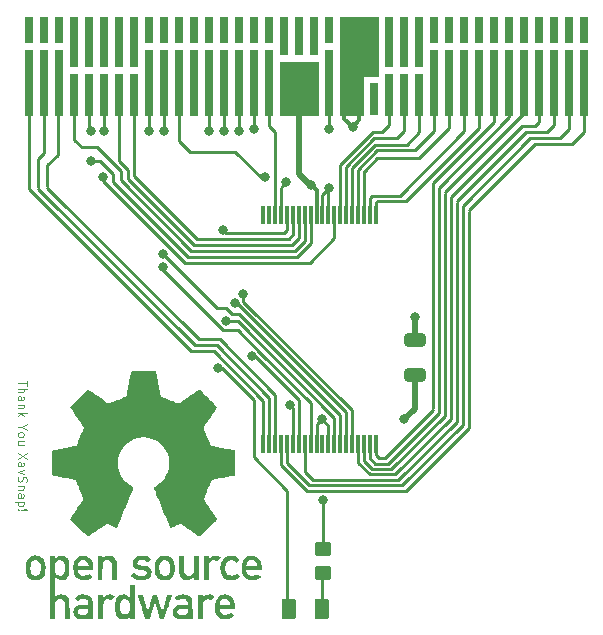
<source format=gbr>
%TF.GenerationSoftware,KiCad,Pcbnew,(7.0.0)*%
%TF.CreationDate,2023-03-05T21:21:49+00:00*%
%TF.ProjectId,connector,636f6e6e-6563-4746-9f72-2e6b69636164,rev?*%
%TF.SameCoordinates,Original*%
%TF.FileFunction,Copper,L1,Top*%
%TF.FilePolarity,Positive*%
%FSLAX46Y46*%
G04 Gerber Fmt 4.6, Leading zero omitted, Abs format (unit mm)*
G04 Created by KiCad (PCBNEW (7.0.0)) date 2023-03-05 21:21:49*
%MOMM*%
%LPD*%
G01*
G04 APERTURE LIST*
G04 Aperture macros list*
%AMRoundRect*
0 Rectangle with rounded corners*
0 $1 Rounding radius*
0 $2 $3 $4 $5 $6 $7 $8 $9 X,Y pos of 4 corners*
0 Add a 4 corners polygon primitive as box body*
4,1,4,$2,$3,$4,$5,$6,$7,$8,$9,$2,$3,0*
0 Add four circle primitives for the rounded corners*
1,1,$1+$1,$2,$3*
1,1,$1+$1,$4,$5*
1,1,$1+$1,$6,$7*
1,1,$1+$1,$8,$9*
0 Add four rect primitives between the rounded corners*
20,1,$1+$1,$2,$3,$4,$5,0*
20,1,$1+$1,$4,$5,$6,$7,0*
20,1,$1+$1,$6,$7,$8,$9,0*
20,1,$1+$1,$8,$9,$2,$3,0*%
G04 Aperture macros list end*
%ADD10C,0.100000*%
%TA.AperFunction,NonConductor*%
%ADD11C,0.100000*%
%TD*%
%TA.AperFunction,SMDPad,CuDef*%
%ADD12RoundRect,0.250000X-0.650000X0.325000X-0.650000X-0.325000X0.650000X-0.325000X0.650000X0.325000X0*%
%TD*%
%TA.AperFunction,SMDPad,CuDef*%
%ADD13RoundRect,0.075000X0.075000X-0.712500X0.075000X0.712500X-0.075000X0.712500X-0.075000X-0.712500X0*%
%TD*%
%TA.AperFunction,SMDPad,CuDef*%
%ADD14RoundRect,0.250000X-0.375000X-0.625000X0.375000X-0.625000X0.375000X0.625000X-0.375000X0.625000X0*%
%TD*%
%TA.AperFunction,SMDPad,CuDef*%
%ADD15RoundRect,0.250000X-0.450000X0.350000X-0.450000X-0.350000X0.450000X-0.350000X0.450000X0.350000X0*%
%TD*%
%TA.AperFunction,ConnectorPad*%
%ADD16R,0.762000X5.588000*%
%TD*%
%TA.AperFunction,ConnectorPad*%
%ADD17R,0.762000X2.286000*%
%TD*%
%TA.AperFunction,ConnectorPad*%
%ADD18R,0.762000X3.556000*%
%TD*%
%TA.AperFunction,ConnectorPad*%
%ADD19R,0.762000X4.318000*%
%TD*%
%TA.AperFunction,ConnectorPad*%
%ADD20R,0.762000X2.794000*%
%TD*%
%TA.AperFunction,ConnectorPad*%
%ADD21R,0.762000X5.080000*%
%TD*%
%TA.AperFunction,ConnectorPad*%
%ADD22R,0.762000X8.382000*%
%TD*%
%TA.AperFunction,ConnectorPad*%
%ADD23R,0.762000X4.572000*%
%TD*%
%TA.AperFunction,ConnectorPad*%
%ADD24R,0.762000X3.302000*%
%TD*%
%TA.AperFunction,ViaPad*%
%ADD25C,0.800000*%
%TD*%
%TA.AperFunction,Conductor*%
%ADD26C,0.250000*%
%TD*%
%TA.AperFunction,Conductor*%
%ADD27C,0.500000*%
%TD*%
%TA.AperFunction,Conductor*%
%ADD28C,0.300000*%
%TD*%
G04 APERTURE END LIST*
D10*
D11*
X117245214Y-93924428D02*
X117245214Y-94353000D01*
X116495214Y-94138714D02*
X117245214Y-94138714D01*
X116495214Y-94603000D02*
X117245214Y-94603000D01*
X116495214Y-94924429D02*
X116888071Y-94924429D01*
X116888071Y-94924429D02*
X116959500Y-94888714D01*
X116959500Y-94888714D02*
X116995214Y-94817286D01*
X116995214Y-94817286D02*
X116995214Y-94710143D01*
X116995214Y-94710143D02*
X116959500Y-94638714D01*
X116959500Y-94638714D02*
X116923785Y-94603000D01*
X116495214Y-95603000D02*
X116888071Y-95603000D01*
X116888071Y-95603000D02*
X116959500Y-95567285D01*
X116959500Y-95567285D02*
X116995214Y-95495857D01*
X116995214Y-95495857D02*
X116995214Y-95353000D01*
X116995214Y-95353000D02*
X116959500Y-95281571D01*
X116530928Y-95603000D02*
X116495214Y-95531571D01*
X116495214Y-95531571D02*
X116495214Y-95353000D01*
X116495214Y-95353000D02*
X116530928Y-95281571D01*
X116530928Y-95281571D02*
X116602357Y-95245857D01*
X116602357Y-95245857D02*
X116673785Y-95245857D01*
X116673785Y-95245857D02*
X116745214Y-95281571D01*
X116745214Y-95281571D02*
X116780928Y-95353000D01*
X116780928Y-95353000D02*
X116780928Y-95531571D01*
X116780928Y-95531571D02*
X116816642Y-95603000D01*
X116995214Y-95960142D02*
X116495214Y-95960142D01*
X116923785Y-95960142D02*
X116959500Y-95995856D01*
X116959500Y-95995856D02*
X116995214Y-96067285D01*
X116995214Y-96067285D02*
X116995214Y-96174428D01*
X116995214Y-96174428D02*
X116959500Y-96245856D01*
X116959500Y-96245856D02*
X116888071Y-96281571D01*
X116888071Y-96281571D02*
X116495214Y-96281571D01*
X116495214Y-96638713D02*
X117245214Y-96638713D01*
X116780928Y-96710142D02*
X116495214Y-96924427D01*
X116995214Y-96924427D02*
X116709500Y-96638713D01*
X116852357Y-97838713D02*
X116495214Y-97838713D01*
X117245214Y-97588713D02*
X116852357Y-97838713D01*
X116852357Y-97838713D02*
X117245214Y-98088713D01*
X116495214Y-98445856D02*
X116530928Y-98374427D01*
X116530928Y-98374427D02*
X116566642Y-98338713D01*
X116566642Y-98338713D02*
X116638071Y-98302999D01*
X116638071Y-98302999D02*
X116852357Y-98302999D01*
X116852357Y-98302999D02*
X116923785Y-98338713D01*
X116923785Y-98338713D02*
X116959500Y-98374427D01*
X116959500Y-98374427D02*
X116995214Y-98445856D01*
X116995214Y-98445856D02*
X116995214Y-98552999D01*
X116995214Y-98552999D02*
X116959500Y-98624427D01*
X116959500Y-98624427D02*
X116923785Y-98660142D01*
X116923785Y-98660142D02*
X116852357Y-98695856D01*
X116852357Y-98695856D02*
X116638071Y-98695856D01*
X116638071Y-98695856D02*
X116566642Y-98660142D01*
X116566642Y-98660142D02*
X116530928Y-98624427D01*
X116530928Y-98624427D02*
X116495214Y-98552999D01*
X116495214Y-98552999D02*
X116495214Y-98445856D01*
X116995214Y-99338713D02*
X116495214Y-99338713D01*
X116995214Y-99017284D02*
X116602357Y-99017284D01*
X116602357Y-99017284D02*
X116530928Y-99052998D01*
X116530928Y-99052998D02*
X116495214Y-99124427D01*
X116495214Y-99124427D02*
X116495214Y-99231570D01*
X116495214Y-99231570D02*
X116530928Y-99302998D01*
X116530928Y-99302998D02*
X116566642Y-99338713D01*
X117245214Y-100074426D02*
X116495214Y-100574426D01*
X117245214Y-100574426D02*
X116495214Y-100074426D01*
X116495214Y-101181570D02*
X116888071Y-101181570D01*
X116888071Y-101181570D02*
X116959500Y-101145855D01*
X116959500Y-101145855D02*
X116995214Y-101074427D01*
X116995214Y-101074427D02*
X116995214Y-100931570D01*
X116995214Y-100931570D02*
X116959500Y-100860141D01*
X116530928Y-101181570D02*
X116495214Y-101110141D01*
X116495214Y-101110141D02*
X116495214Y-100931570D01*
X116495214Y-100931570D02*
X116530928Y-100860141D01*
X116530928Y-100860141D02*
X116602357Y-100824427D01*
X116602357Y-100824427D02*
X116673785Y-100824427D01*
X116673785Y-100824427D02*
X116745214Y-100860141D01*
X116745214Y-100860141D02*
X116780928Y-100931570D01*
X116780928Y-100931570D02*
X116780928Y-101110141D01*
X116780928Y-101110141D02*
X116816642Y-101181570D01*
X116995214Y-101467283D02*
X116495214Y-101645855D01*
X116495214Y-101645855D02*
X116995214Y-101824426D01*
X116530928Y-102074427D02*
X116495214Y-102181570D01*
X116495214Y-102181570D02*
X116495214Y-102360141D01*
X116495214Y-102360141D02*
X116530928Y-102431570D01*
X116530928Y-102431570D02*
X116566642Y-102467284D01*
X116566642Y-102467284D02*
X116638071Y-102502998D01*
X116638071Y-102502998D02*
X116709500Y-102502998D01*
X116709500Y-102502998D02*
X116780928Y-102467284D01*
X116780928Y-102467284D02*
X116816642Y-102431570D01*
X116816642Y-102431570D02*
X116852357Y-102360141D01*
X116852357Y-102360141D02*
X116888071Y-102217284D01*
X116888071Y-102217284D02*
X116923785Y-102145855D01*
X116923785Y-102145855D02*
X116959500Y-102110141D01*
X116959500Y-102110141D02*
X117030928Y-102074427D01*
X117030928Y-102074427D02*
X117102357Y-102074427D01*
X117102357Y-102074427D02*
X117173785Y-102110141D01*
X117173785Y-102110141D02*
X117209500Y-102145855D01*
X117209500Y-102145855D02*
X117245214Y-102217284D01*
X117245214Y-102217284D02*
X117245214Y-102395855D01*
X117245214Y-102395855D02*
X117209500Y-102502998D01*
X116995214Y-102824427D02*
X116495214Y-102824427D01*
X116923785Y-102824427D02*
X116959500Y-102860141D01*
X116959500Y-102860141D02*
X116995214Y-102931570D01*
X116995214Y-102931570D02*
X116995214Y-103038713D01*
X116995214Y-103038713D02*
X116959500Y-103110141D01*
X116959500Y-103110141D02*
X116888071Y-103145856D01*
X116888071Y-103145856D02*
X116495214Y-103145856D01*
X116495214Y-103824427D02*
X116888071Y-103824427D01*
X116888071Y-103824427D02*
X116959500Y-103788712D01*
X116959500Y-103788712D02*
X116995214Y-103717284D01*
X116995214Y-103717284D02*
X116995214Y-103574427D01*
X116995214Y-103574427D02*
X116959500Y-103502998D01*
X116530928Y-103824427D02*
X116495214Y-103752998D01*
X116495214Y-103752998D02*
X116495214Y-103574427D01*
X116495214Y-103574427D02*
X116530928Y-103502998D01*
X116530928Y-103502998D02*
X116602357Y-103467284D01*
X116602357Y-103467284D02*
X116673785Y-103467284D01*
X116673785Y-103467284D02*
X116745214Y-103502998D01*
X116745214Y-103502998D02*
X116780928Y-103574427D01*
X116780928Y-103574427D02*
X116780928Y-103752998D01*
X116780928Y-103752998D02*
X116816642Y-103824427D01*
X116995214Y-104181569D02*
X116245214Y-104181569D01*
X116959500Y-104181569D02*
X116995214Y-104252998D01*
X116995214Y-104252998D02*
X116995214Y-104395855D01*
X116995214Y-104395855D02*
X116959500Y-104467283D01*
X116959500Y-104467283D02*
X116923785Y-104502998D01*
X116923785Y-104502998D02*
X116852357Y-104538712D01*
X116852357Y-104538712D02*
X116638071Y-104538712D01*
X116638071Y-104538712D02*
X116566642Y-104502998D01*
X116566642Y-104502998D02*
X116530928Y-104467283D01*
X116530928Y-104467283D02*
X116495214Y-104395855D01*
X116495214Y-104395855D02*
X116495214Y-104252998D01*
X116495214Y-104252998D02*
X116530928Y-104181569D01*
X116566642Y-104860140D02*
X116530928Y-104895854D01*
X116530928Y-104895854D02*
X116495214Y-104860140D01*
X116495214Y-104860140D02*
X116530928Y-104824426D01*
X116530928Y-104824426D02*
X116566642Y-104860140D01*
X116566642Y-104860140D02*
X116495214Y-104860140D01*
X116780928Y-104860140D02*
X117209500Y-104824426D01*
X117209500Y-104824426D02*
X117245214Y-104860140D01*
X117245214Y-104860140D02*
X117209500Y-104895854D01*
X117209500Y-104895854D02*
X116780928Y-104860140D01*
X116780928Y-104860140D02*
X117245214Y-104860140D01*
%TO.C,G\u002A\u002A\u002A*%
G36*
X124426424Y-112043388D02*
G01*
X124569909Y-112093262D01*
X124635388Y-112133360D01*
X124675605Y-112168570D01*
X124681658Y-112181086D01*
X124665460Y-112213526D01*
X124622609Y-112273159D01*
X124561720Y-112348168D01*
X124549233Y-112362709D01*
X124416809Y-112515569D01*
X124296748Y-112462460D01*
X124156591Y-112425862D01*
X124022347Y-112438150D01*
X123902904Y-112496457D01*
X123807151Y-112597919D01*
X123790141Y-112625758D01*
X123773551Y-112657890D01*
X123760669Y-112692607D01*
X123751027Y-112736670D01*
X123744160Y-112796837D01*
X123739600Y-112879869D01*
X123736881Y-112992526D01*
X123735536Y-113141566D01*
X123735100Y-113333750D01*
X123735074Y-113423520D01*
X123735074Y-114123304D01*
X123524722Y-114123304D01*
X123314371Y-114123304D01*
X123314371Y-113084691D01*
X123314371Y-112046079D01*
X123524722Y-112046079D01*
X123735074Y-112046079D01*
X123735074Y-112155838D01*
X123735074Y-112265597D01*
X123794236Y-112210861D01*
X123930035Y-112116775D01*
X124090088Y-112056072D01*
X124260262Y-112030896D01*
X124426424Y-112043388D01*
G37*
G36*
X133476435Y-108783282D02*
G01*
X133509867Y-108797817D01*
X133584138Y-108834973D01*
X133634251Y-108864976D01*
X133647911Y-108878383D01*
X133632030Y-108904615D01*
X133589778Y-108960101D01*
X133529241Y-109034370D01*
X133507726Y-109059922D01*
X133367542Y-109225164D01*
X133266619Y-109173388D01*
X133133881Y-109132456D01*
X133000054Y-109141076D01*
X132873104Y-109196995D01*
X132760997Y-109297962D01*
X132742393Y-109321570D01*
X132726127Y-109345987D01*
X132713362Y-109374875D01*
X132703584Y-109414709D01*
X132696279Y-109471964D01*
X132690932Y-109553115D01*
X132687030Y-109664640D01*
X132684057Y-109813012D01*
X132681500Y-110004708D01*
X132680399Y-110102191D01*
X132672619Y-110810261D01*
X132476621Y-110810261D01*
X132280623Y-110810261D01*
X132280623Y-109784795D01*
X132280623Y-108759329D01*
X132477828Y-108759329D01*
X132675033Y-108759329D01*
X132675033Y-108864505D01*
X132678483Y-108930394D01*
X132687101Y-108967015D01*
X132690574Y-108969681D01*
X132717758Y-108953980D01*
X132770317Y-108913810D01*
X132808697Y-108881874D01*
X132956915Y-108788124D01*
X133124055Y-108739670D01*
X133300452Y-108737669D01*
X133476435Y-108783282D01*
G37*
G36*
X132792611Y-112029604D02*
G01*
X132885909Y-112054352D01*
X132981977Y-112086964D01*
X133058751Y-112120377D01*
X133081868Y-112134328D01*
X133111896Y-112160086D01*
X133114918Y-112185821D01*
X133088593Y-112228003D01*
X133063993Y-112260023D01*
X132999508Y-112340780D01*
X132929857Y-112425107D01*
X132919065Y-112437852D01*
X132842963Y-112527244D01*
X132769043Y-112478810D01*
X132656191Y-112434136D01*
X132530122Y-112430764D01*
X132404817Y-112464988D01*
X132294257Y-112533099D01*
X132215819Y-112625477D01*
X132199649Y-112656206D01*
X132186955Y-112691291D01*
X132177219Y-112737405D01*
X132169923Y-112801218D01*
X132164549Y-112889403D01*
X132160580Y-113008632D01*
X132157496Y-113165577D01*
X132154782Y-113366910D01*
X132154158Y-113419940D01*
X132146016Y-114123304D01*
X131950380Y-114123304D01*
X131754743Y-114123304D01*
X131754743Y-113084691D01*
X131754743Y-112046079D01*
X131951948Y-112046079D01*
X132149153Y-112046079D01*
X132149153Y-112151255D01*
X132152022Y-112217148D01*
X132159187Y-112253767D01*
X132162073Y-112256430D01*
X132188347Y-112241765D01*
X132242622Y-112203918D01*
X132292374Y-112166831D01*
X132412325Y-112097138D01*
X132556140Y-112045347D01*
X132696789Y-112020663D01*
X132724143Y-112019785D01*
X132792611Y-112029604D01*
G37*
G36*
X134713189Y-108745426D02*
G01*
X134904901Y-108796038D01*
X135083317Y-108893835D01*
X135215506Y-109001941D01*
X135297491Y-109078445D01*
X135155764Y-109212484D01*
X135014038Y-109346523D01*
X134942310Y-109277820D01*
X134810551Y-109185631D01*
X134661121Y-109137504D01*
X134505031Y-109133421D01*
X134353293Y-109173365D01*
X134216917Y-109257319D01*
X134192893Y-109278968D01*
X134122321Y-109378786D01*
X134073630Y-109513568D01*
X134046971Y-109670389D01*
X134042494Y-109836324D01*
X134060350Y-109998450D01*
X134100687Y-110143843D01*
X134163658Y-110259577D01*
X134181253Y-110280527D01*
X134299186Y-110372286D01*
X134440084Y-110424622D01*
X134591869Y-110437322D01*
X134742462Y-110410174D01*
X134879785Y-110342966D01*
X134940115Y-110293872D01*
X135009649Y-110227271D01*
X135154424Y-110358380D01*
X135299199Y-110489489D01*
X135216360Y-110566821D01*
X135042775Y-110697583D01*
X134850812Y-110787185D01*
X134649491Y-110833588D01*
X134447828Y-110834752D01*
X134254843Y-110788637D01*
X134247763Y-110785909D01*
X134053251Y-110690161D01*
X133899161Y-110568990D01*
X133783359Y-110418797D01*
X133703715Y-110235980D01*
X133658096Y-110016940D01*
X133644338Y-109766886D01*
X133665031Y-109515065D01*
X133724673Y-109294110D01*
X133821248Y-109106445D01*
X133952737Y-108954493D01*
X134117123Y-108840678D01*
X134312389Y-108767425D01*
X134499866Y-108738942D01*
X134713189Y-108745426D01*
G37*
G36*
X124450910Y-108780086D02*
G01*
X124603682Y-108864656D01*
X124734051Y-108988937D01*
X124829238Y-109140592D01*
X124847156Y-109179903D01*
X124861261Y-109217867D01*
X124872011Y-109261089D01*
X124879865Y-109316171D01*
X124885282Y-109389719D01*
X124888719Y-109488335D01*
X124890635Y-109618623D01*
X124891489Y-109787188D01*
X124891738Y-110000633D01*
X124891753Y-110041161D01*
X124892010Y-110810261D01*
X124694805Y-110810261D01*
X124497600Y-110810261D01*
X124497600Y-110162535D01*
X124496175Y-109918913D01*
X124491965Y-109718753D01*
X124485069Y-109564470D01*
X124475586Y-109458479D01*
X124466766Y-109411893D01*
X124406146Y-109292385D01*
X124311853Y-109203751D01*
X124194882Y-109149110D01*
X124066229Y-109131583D01*
X123936889Y-109154289D01*
X123817857Y-109220348D01*
X123811155Y-109225866D01*
X123766686Y-109265908D01*
X123731627Y-109307028D01*
X123704865Y-109355784D01*
X123685286Y-109418732D01*
X123671779Y-109502430D01*
X123663229Y-109613437D01*
X123658525Y-109758308D01*
X123656552Y-109943602D01*
X123656192Y-110138919D01*
X123656192Y-110810261D01*
X123458988Y-110810261D01*
X123261783Y-110810261D01*
X123261783Y-109784795D01*
X123261783Y-108759329D01*
X123458988Y-108759329D01*
X123656192Y-108759329D01*
X123656192Y-108864331D01*
X123656192Y-108969334D01*
X123775134Y-108878543D01*
X123937848Y-108784458D01*
X124110026Y-108738007D01*
X124283702Y-108737210D01*
X124450910Y-108780086D01*
G37*
G36*
X130545219Y-109424255D02*
G01*
X130545415Y-109629276D01*
X130546362Y-109788862D01*
X130548604Y-109910162D01*
X130552681Y-110000330D01*
X130559137Y-110066516D01*
X130568512Y-110115871D01*
X130581349Y-110155548D01*
X130598189Y-110192697D01*
X130604381Y-110204962D01*
X130684931Y-110324553D01*
X130784796Y-110399055D01*
X130909252Y-110434414D01*
X131054471Y-110430679D01*
X131184125Y-110382582D01*
X131287647Y-110294932D01*
X131321106Y-110246947D01*
X131340888Y-110212118D01*
X131356224Y-110178766D01*
X131367680Y-110139987D01*
X131375823Y-110088873D01*
X131381217Y-110018519D01*
X131384429Y-109922019D01*
X131386024Y-109792467D01*
X131386568Y-109622957D01*
X131386627Y-109447236D01*
X131386627Y-108759329D01*
X131596979Y-108759329D01*
X131807331Y-108759329D01*
X131807331Y-109784795D01*
X131807331Y-110810261D01*
X131596979Y-110810261D01*
X131386627Y-110810261D01*
X131386627Y-110700165D01*
X131386627Y-110590070D01*
X131314319Y-110659174D01*
X131175133Y-110757557D01*
X131011268Y-110817128D01*
X130835560Y-110835925D01*
X130660846Y-110811986D01*
X130558366Y-110774689D01*
X130459628Y-110715975D01*
X130363119Y-110639035D01*
X130329778Y-110605602D01*
X130281463Y-110548170D01*
X130242644Y-110490109D01*
X130212297Y-110425043D01*
X130189400Y-110346597D01*
X130172928Y-110248393D01*
X130161857Y-110124057D01*
X130155166Y-109967212D01*
X130151828Y-109771483D01*
X130150823Y-109530494D01*
X130150809Y-109490789D01*
X130150809Y-108759329D01*
X130348014Y-108759329D01*
X130545219Y-108759329D01*
X130545219Y-109424255D01*
G37*
G36*
X135466538Y-109521525D02*
G01*
X135513755Y-109315535D01*
X135585701Y-109136597D01*
X135638595Y-109049940D01*
X135768786Y-108910933D01*
X135925550Y-108811715D01*
X136100715Y-108752600D01*
X136286111Y-108733900D01*
X136473567Y-108755928D01*
X136654911Y-108818998D01*
X136821973Y-108923423D01*
X136907445Y-109001329D01*
X136997392Y-109115464D01*
X137062660Y-109249097D01*
X137106551Y-109411860D01*
X137132367Y-109613381D01*
X137136233Y-109668451D01*
X137153004Y-109942559D01*
X136488732Y-109942559D01*
X135824460Y-109942559D01*
X135842728Y-110039938D01*
X135895261Y-110199780D01*
X135982281Y-110324282D01*
X136097405Y-110411197D01*
X136234252Y-110458277D01*
X136386436Y-110463275D01*
X136547576Y-110423944D01*
X136703704Y-110343099D01*
X136801423Y-110278562D01*
X136903439Y-110359360D01*
X136990228Y-110430446D01*
X137038765Y-110480443D01*
X137053179Y-110519389D01*
X137037603Y-110557327D01*
X137001809Y-110598433D01*
X136938834Y-110649707D01*
X136848497Y-110706446D01*
X136767728Y-110748024D01*
X136666565Y-110789036D01*
X136570840Y-110813090D01*
X136457740Y-110824913D01*
X136382486Y-110827848D01*
X136268502Y-110828132D01*
X136165499Y-110823763D01*
X136091907Y-110815642D01*
X136080106Y-110813090D01*
X135907708Y-110743698D01*
X135750532Y-110634029D01*
X135621391Y-110494855D01*
X135543408Y-110361804D01*
X135482486Y-110174706D01*
X135449982Y-109963821D01*
X135444973Y-109741857D01*
X135458785Y-109600737D01*
X135827930Y-109600737D01*
X136276119Y-109600737D01*
X136724308Y-109600737D01*
X136723731Y-109528428D01*
X136703674Y-109421465D01*
X136652800Y-109311199D01*
X136582703Y-109219019D01*
X136535206Y-109180653D01*
X136389379Y-109117922D01*
X136246547Y-109104166D01*
X136114073Y-109135950D01*
X135999316Y-109209842D01*
X135909640Y-109322409D01*
X135852405Y-109470219D01*
X135845782Y-109502134D01*
X135827930Y-109600737D01*
X135458785Y-109600737D01*
X135466538Y-109521525D01*
G37*
G36*
X117156905Y-109752229D02*
G01*
X117553489Y-109752229D01*
X117556330Y-109906911D01*
X117569664Y-110048661D01*
X117593522Y-110161415D01*
X117606087Y-110194953D01*
X117685384Y-110311685D01*
X117798146Y-110401484D01*
X117845219Y-110424587D01*
X117919855Y-110437347D01*
X118020550Y-110433144D01*
X118124741Y-110415045D01*
X118209863Y-110386117D01*
X118234146Y-110371738D01*
X118337037Y-110270912D01*
X118403283Y-110144073D01*
X118437832Y-109981664D01*
X118438286Y-109977506D01*
X118446545Y-109834639D01*
X118443376Y-109685572D01*
X118430116Y-109545641D01*
X118408104Y-109430179D01*
X118384819Y-109365198D01*
X118300941Y-109252819D01*
X118191416Y-109177158D01*
X118066547Y-109138135D01*
X117936635Y-109135670D01*
X117811982Y-109169684D01*
X117702890Y-109240098D01*
X117619661Y-109346831D01*
X117607622Y-109371208D01*
X117579165Y-109468315D01*
X117561110Y-109600676D01*
X117553489Y-109752229D01*
X117156905Y-109752229D01*
X117157105Y-109696572D01*
X117169511Y-109511491D01*
X117193490Y-109346250D01*
X117228894Y-109215044D01*
X117238238Y-109192073D01*
X117336204Y-109030898D01*
X117467758Y-108903134D01*
X117624886Y-108810018D01*
X117799578Y-108752789D01*
X117983823Y-108732684D01*
X118169609Y-108750942D01*
X118348924Y-108808801D01*
X118513757Y-108907498D01*
X118597673Y-108982006D01*
X118679383Y-109073043D01*
X118740075Y-109162911D01*
X118782660Y-109261622D01*
X118810051Y-109379187D01*
X118825163Y-109525618D01*
X118830907Y-109710927D01*
X118831244Y-109784795D01*
X118828028Y-109985651D01*
X118816438Y-110144215D01*
X118793561Y-110270499D01*
X118756484Y-110374514D01*
X118702295Y-110466272D01*
X118628080Y-110555786D01*
X118597673Y-110587583D01*
X118439016Y-110713061D01*
X118255355Y-110796568D01*
X118056204Y-110835811D01*
X117851072Y-110828494D01*
X117722273Y-110798705D01*
X117538245Y-110715067D01*
X117383920Y-110591110D01*
X117265878Y-110432766D01*
X117226167Y-110351434D01*
X117190803Y-110228924D01*
X117167603Y-110069482D01*
X117156420Y-109887300D01*
X117156905Y-109752229D01*
G37*
G36*
X128087511Y-109736073D02*
G01*
X128467933Y-109736073D01*
X128473634Y-109906405D01*
X128494870Y-110062404D01*
X128530036Y-110189097D01*
X128550851Y-110234136D01*
X128635781Y-110336219D01*
X128750572Y-110404851D01*
X128882465Y-110437385D01*
X129018698Y-110431172D01*
X129146510Y-110383564D01*
X129176832Y-110364046D01*
X129250161Y-110298903D01*
X129302434Y-110218282D01*
X129336498Y-110113236D01*
X129355197Y-109974815D01*
X129361381Y-109794072D01*
X129361412Y-109783793D01*
X129356181Y-109599334D01*
X129337471Y-109458016D01*
X129301946Y-109351379D01*
X129246274Y-109270964D01*
X129167118Y-109208313D01*
X129125344Y-109184888D01*
X128981703Y-109136387D01*
X128843444Y-109136339D01*
X128717529Y-109180633D01*
X128610919Y-109265158D01*
X128530575Y-109385802D01*
X128483459Y-109538455D01*
X128479367Y-109566383D01*
X128467933Y-109736073D01*
X128087511Y-109736073D01*
X128089947Y-109583939D01*
X128101537Y-109425375D01*
X128124414Y-109299091D01*
X128161491Y-109195076D01*
X128215680Y-109103318D01*
X128289895Y-109013804D01*
X128320302Y-108982006D01*
X128470524Y-108856125D01*
X128632457Y-108776739D01*
X128815494Y-108740343D01*
X128971226Y-108739091D01*
X129183378Y-108773571D01*
X129368673Y-108850199D01*
X129523042Y-108966276D01*
X129642415Y-109119105D01*
X129691112Y-109216489D01*
X129720523Y-109318040D01*
X129743032Y-109457726D01*
X129757534Y-109621416D01*
X129762927Y-109794976D01*
X129758109Y-109964277D01*
X129753808Y-110019879D01*
X129732248Y-110189000D01*
X129699342Y-110321590D01*
X129649422Y-110433400D01*
X129576824Y-110540180D01*
X129558343Y-110563224D01*
X129428869Y-110681800D01*
X129267280Y-110768291D01*
X129084901Y-110820254D01*
X128893054Y-110835248D01*
X128703063Y-110810832D01*
X128586317Y-110772833D01*
X128427191Y-110682035D01*
X128287871Y-110555452D01*
X128180780Y-110405969D01*
X128135100Y-110304828D01*
X128114350Y-110233279D01*
X128100197Y-110151112D01*
X128091593Y-110047051D01*
X128087488Y-109909825D01*
X128086731Y-109784795D01*
X128087511Y-109736073D01*
G37*
G36*
X133224874Y-112694494D02*
G01*
X133295638Y-112492074D01*
X133396433Y-112322107D01*
X133525000Y-112189585D01*
X133667851Y-112104175D01*
X133869000Y-112043446D01*
X134069151Y-112029990D01*
X134261242Y-112060992D01*
X134438212Y-112133635D01*
X134593001Y-112245105D01*
X134718547Y-112392584D01*
X134801670Y-112556358D01*
X134831294Y-112651606D01*
X134848761Y-112754039D01*
X134856477Y-112881368D01*
X134857435Y-112967355D01*
X134857435Y-113229308D01*
X134213232Y-113229308D01*
X134007659Y-113229104D01*
X133849117Y-113229629D01*
X133732059Y-113232591D01*
X133650937Y-113239698D01*
X133600204Y-113252656D01*
X133574312Y-113273173D01*
X133567714Y-113302956D01*
X133574863Y-113343713D01*
X133590210Y-113397151D01*
X133596480Y-113419123D01*
X133651182Y-113539244D01*
X133737563Y-113643932D01*
X133840595Y-113715364D01*
X133849617Y-113719323D01*
X133981805Y-113750271D01*
X134133679Y-113748139D01*
X134286870Y-113716146D01*
X134423015Y-113657511D01*
X134493938Y-113606391D01*
X134521525Y-113587600D01*
X134551437Y-113589448D01*
X134595489Y-113616833D01*
X134665498Y-113674653D01*
X134671883Y-113680145D01*
X134739253Y-113740615D01*
X134787086Y-113788229D01*
X134804834Y-113812301D01*
X134786464Y-113837794D01*
X134739150Y-113884714D01*
X134695184Y-113923840D01*
X134528434Y-114032819D01*
X134332266Y-114102550D01*
X134114244Y-114131170D01*
X133900659Y-114119559D01*
X133702323Y-114068148D01*
X133533932Y-113974292D01*
X133396711Y-113839600D01*
X133291886Y-113665681D01*
X133220682Y-113454145D01*
X133184325Y-113206601D01*
X133182478Y-113176720D01*
X133186401Y-112924374D01*
X133188174Y-112913780D01*
X133562308Y-112913780D01*
X134012666Y-112913780D01*
X134463025Y-112913780D01*
X134463025Y-112851969D01*
X134439842Y-112716322D01*
X134376502Y-112592493D01*
X134282321Y-112492589D01*
X134166614Y-112428717D01*
X134129496Y-112418476D01*
X133970838Y-112407850D01*
X133830953Y-112444159D01*
X133715589Y-112523386D01*
X133630496Y-112641517D01*
X133581423Y-112794537D01*
X133580156Y-112802165D01*
X133562308Y-112913780D01*
X133188174Y-112913780D01*
X133224874Y-112694494D01*
G37*
G36*
X121196584Y-109530021D02*
G01*
X121210502Y-109444603D01*
X121280181Y-109225762D01*
X121383733Y-109044985D01*
X121519167Y-108904115D01*
X121684492Y-108804992D01*
X121877718Y-108749457D01*
X121973377Y-108739169D01*
X122182050Y-108748407D01*
X122368087Y-108803330D01*
X122539051Y-108906571D01*
X122599590Y-108957174D01*
X122699290Y-109060036D01*
X122771105Y-109169230D01*
X122819343Y-109296061D01*
X122848308Y-109451832D01*
X122862268Y-109646751D01*
X122873048Y-109942559D01*
X122226008Y-109942559D01*
X121578967Y-109942559D01*
X121579544Y-110014867D01*
X121590910Y-110084733D01*
X121618532Y-110170143D01*
X121628829Y-110194418D01*
X121711768Y-110320429D01*
X121824269Y-110407369D01*
X121959787Y-110454401D01*
X122111781Y-110460690D01*
X122273705Y-110425400D01*
X122439016Y-110347694D01*
X122502524Y-110306046D01*
X122533009Y-110295271D01*
X122572728Y-110308341D01*
X122632615Y-110350386D01*
X122680008Y-110389319D01*
X122748228Y-110449714D01*
X122796705Y-110498111D01*
X122814785Y-110523696D01*
X122793224Y-110554751D01*
X122736543Y-110601515D01*
X122656744Y-110656352D01*
X122565826Y-110711626D01*
X122475793Y-110759698D01*
X122398645Y-110792933D01*
X122384425Y-110797545D01*
X122264943Y-110820892D01*
X122119402Y-110832083D01*
X121971954Y-110830513D01*
X121846752Y-110815575D01*
X121828760Y-110811499D01*
X121636631Y-110737944D01*
X121471922Y-110622636D01*
X121341102Y-110471209D01*
X121260668Y-110316485D01*
X121226598Y-110194364D01*
X121202169Y-110037515D01*
X121188366Y-109863079D01*
X121186176Y-109688201D01*
X121191931Y-109600737D01*
X121572043Y-109600737D01*
X122022503Y-109600737D01*
X122195588Y-109599794D01*
X122321619Y-109596697D01*
X122406097Y-109591046D01*
X122454529Y-109582437D01*
X122472415Y-109570469D01*
X122472816Y-109567869D01*
X122456677Y-109473806D01*
X122415896Y-109366556D01*
X122360869Y-109272146D01*
X122348283Y-109256156D01*
X122239899Y-109162652D01*
X122116841Y-109113164D01*
X121988238Y-109104817D01*
X121863218Y-109134735D01*
X121750910Y-109200041D01*
X121660443Y-109297860D01*
X121600945Y-109425315D01*
X121586051Y-109496300D01*
X121572043Y-109600737D01*
X121191931Y-109600737D01*
X121196584Y-109530021D01*
G37*
G36*
X127162002Y-108747042D02*
G01*
X127393768Y-108799861D01*
X127607484Y-108899604D01*
X127635075Y-108916636D01*
X127761888Y-108997247D01*
X127652414Y-109128001D01*
X127593181Y-109197174D01*
X127546517Y-109248801D01*
X127524034Y-109270440D01*
X127492559Y-109265517D01*
X127429050Y-109241146D01*
X127354777Y-109206287D01*
X127199098Y-109143316D01*
X127047210Y-109110009D01*
X126906452Y-109105033D01*
X126784164Y-109127053D01*
X126687686Y-109174735D01*
X126624359Y-109246747D01*
X126601520Y-109341753D01*
X126601523Y-109343175D01*
X126607756Y-109414136D01*
X126630313Y-109467766D01*
X126676108Y-109507667D01*
X126752053Y-109537440D01*
X126865063Y-109560686D01*
X127022049Y-109581006D01*
X127067474Y-109585894D01*
X127276838Y-109614473D01*
X127440908Y-109653672D01*
X127566548Y-109707402D01*
X127660621Y-109779578D01*
X127729992Y-109874113D01*
X127780719Y-109992497D01*
X127813670Y-110166054D01*
X127796819Y-110331821D01*
X127732910Y-110484018D01*
X127624691Y-110616870D01*
X127474907Y-110724599D01*
X127419497Y-110752433D01*
X127286288Y-110795565D01*
X127121481Y-110822464D01*
X126943835Y-110832052D01*
X126772109Y-110823250D01*
X126634005Y-110797573D01*
X126383754Y-110700144D01*
X126162288Y-110560715D01*
X126052131Y-110476644D01*
X126191815Y-110338695D01*
X126331499Y-110200746D01*
X126454223Y-110294424D01*
X126586477Y-110378042D01*
X126727727Y-110428953D01*
X126893981Y-110452010D01*
X126982383Y-110454597D01*
X127143749Y-110440977D01*
X127270327Y-110400688D01*
X127358269Y-110336598D01*
X127403728Y-110251576D01*
X127402856Y-110148489D01*
X127401373Y-110142296D01*
X127378523Y-110087175D01*
X127336364Y-110045135D01*
X127267275Y-110013062D01*
X127163630Y-109987839D01*
X127017808Y-109966350D01*
X126952529Y-109958820D01*
X126755567Y-109931730D01*
X126601888Y-109896851D01*
X126482371Y-109850812D01*
X126387896Y-109790244D01*
X126321083Y-109725519D01*
X126246286Y-109603648D01*
X126204741Y-109456269D01*
X126197233Y-109299239D01*
X126224544Y-109148416D01*
X126286295Y-109021281D01*
X126386152Y-108908311D01*
X126506109Y-108827216D01*
X126654954Y-108774014D01*
X126841476Y-108744724D01*
X126907205Y-108739940D01*
X127162002Y-108747042D01*
G37*
G36*
X121190012Y-113491266D02*
G01*
X121571796Y-113491266D01*
X121586903Y-113595028D01*
X121637898Y-113667983D01*
X121723574Y-113718747D01*
X121797506Y-113737720D01*
X121903333Y-113749110D01*
X122023604Y-113752829D01*
X122140865Y-113748791D01*
X122237665Y-113736909D01*
X122288905Y-113721567D01*
X122362358Y-113657522D01*
X122415773Y-113555081D01*
X122443756Y-113426359D01*
X122446628Y-113367352D01*
X122446669Y-113229308D01*
X122150861Y-113229455D01*
X121955584Y-113234233D01*
X121806903Y-113249944D01*
X121699524Y-113278981D01*
X121628153Y-113323738D01*
X121587497Y-113386609D01*
X121572262Y-113469986D01*
X121571796Y-113491266D01*
X121190012Y-113491266D01*
X121191584Y-113465675D01*
X121219257Y-113312267D01*
X121275979Y-113188980D01*
X121359053Y-113088277D01*
X121418972Y-113032007D01*
X121476182Y-112990431D01*
X121540160Y-112961110D01*
X121620376Y-112941606D01*
X121726307Y-112929480D01*
X121867424Y-112922294D01*
X122019391Y-112918305D01*
X122446669Y-112909256D01*
X122446669Y-112768613D01*
X122439243Y-112634548D01*
X122411461Y-112541330D01*
X122355069Y-112479370D01*
X122261812Y-112439080D01*
X122141090Y-112413674D01*
X121999974Y-112403581D01*
X121862981Y-112416370D01*
X121745808Y-112449285D01*
X121666980Y-112496849D01*
X121607640Y-112552596D01*
X121447803Y-112433819D01*
X121287966Y-112315043D01*
X121406908Y-112210346D01*
X121513223Y-112132234D01*
X121631508Y-112079090D01*
X121773270Y-112047630D01*
X121950015Y-112034573D01*
X122025965Y-112033748D01*
X122230479Y-112044124D01*
X122395735Y-112076565D01*
X122531552Y-112134242D01*
X122647748Y-112220325D01*
X122669963Y-112241695D01*
X122715143Y-112289674D01*
X122751615Y-112337958D01*
X122780305Y-112392596D01*
X122802140Y-112459635D01*
X122818045Y-112545126D01*
X122828947Y-112655115D01*
X122835771Y-112795652D01*
X122839444Y-112972785D01*
X122840892Y-113192562D01*
X122841079Y-113359275D01*
X122841079Y-114123304D01*
X122643874Y-114123304D01*
X122446669Y-114123304D01*
X122446669Y-114031275D01*
X122437873Y-113962973D01*
X122414628Y-113941216D01*
X122381650Y-113968539D01*
X122369012Y-113989545D01*
X122314381Y-114042391D01*
X122219475Y-114085035D01*
X122096027Y-114115070D01*
X121955770Y-114130088D01*
X121810437Y-114127683D01*
X121738142Y-114118972D01*
X121600054Y-114081899D01*
X121467242Y-114020473D01*
X121360315Y-113944841D01*
X121336720Y-113921290D01*
X121256254Y-113798431D01*
X121205054Y-113649108D01*
X121189822Y-113494358D01*
X121190012Y-113491266D01*
G37*
G36*
X124747684Y-113070023D02*
G01*
X125147219Y-113070023D01*
X125150618Y-113248859D01*
X125163363Y-113384864D01*
X125187660Y-113487307D01*
X125225718Y-113565458D01*
X125279747Y-113628587D01*
X125280455Y-113629248D01*
X125340463Y-113680334D01*
X125395214Y-113709408D01*
X125462214Y-113721544D01*
X125558973Y-113721819D01*
X125594919Y-113720413D01*
X125693580Y-113712456D01*
X125759686Y-113694564D01*
X125813175Y-113659902D01*
X125838557Y-113636901D01*
X125893873Y-113570710D01*
X125933129Y-113488855D01*
X125958438Y-113382322D01*
X125971910Y-113242094D01*
X125975658Y-113059157D01*
X125975639Y-113051744D01*
X125973447Y-112910866D01*
X125966745Y-112809234D01*
X125953735Y-112733574D01*
X125932617Y-112670613D01*
X125920341Y-112643612D01*
X125842471Y-112531307D01*
X125736723Y-112462131D01*
X125599418Y-112433906D01*
X125564623Y-112432976D01*
X125429503Y-112445548D01*
X125324360Y-112486096D01*
X125246410Y-112558871D01*
X125192867Y-112668120D01*
X125160950Y-112818093D01*
X125147872Y-113013038D01*
X125147219Y-113070023D01*
X124747684Y-113070023D01*
X124748845Y-112906907D01*
X124754096Y-112746734D01*
X124764494Y-112621841D01*
X124781385Y-112523603D01*
X124806116Y-112443395D01*
X124840034Y-112372590D01*
X124870344Y-112323428D01*
X124987014Y-112191826D01*
X125131513Y-112098923D01*
X125294615Y-112046104D01*
X125467097Y-112034749D01*
X125639734Y-112066241D01*
X125803301Y-112141962D01*
X125852801Y-112176198D01*
X125916769Y-112221954D01*
X125963702Y-112250736D01*
X125976638Y-112255699D01*
X125982630Y-112230948D01*
X125987890Y-112161467D01*
X125992122Y-112055112D01*
X125995030Y-111919742D01*
X125996320Y-111763211D01*
X125996358Y-111730551D01*
X125996358Y-111204671D01*
X126193563Y-111204671D01*
X126390768Y-111204671D01*
X126390768Y-112663987D01*
X126390768Y-114123304D01*
X126193563Y-114123304D01*
X125996358Y-114123304D01*
X125996358Y-114018128D01*
X125993389Y-113952236D01*
X125985971Y-113915616D01*
X125982983Y-113912952D01*
X125955799Y-113927084D01*
X125901149Y-113963168D01*
X125862585Y-113990480D01*
X125690528Y-114085453D01*
X125506794Y-114129182D01*
X125310234Y-114121940D01*
X125310163Y-114121929D01*
X125170270Y-114086343D01*
X125054337Y-114023319D01*
X124944063Y-113922364D01*
X124924806Y-113900951D01*
X124864310Y-113824655D01*
X124818930Y-113745909D01*
X124786637Y-113655682D01*
X124765404Y-113544943D01*
X124753202Y-113404660D01*
X124748003Y-113225802D01*
X124747393Y-113110985D01*
X124747684Y-113070023D01*
G37*
G36*
X126846263Y-112051627D02*
G01*
X127060365Y-112059226D01*
X127255553Y-112775737D01*
X127306498Y-112960615D01*
X127353683Y-113127799D01*
X127395212Y-113270885D01*
X127429186Y-113383468D01*
X127453707Y-113459146D01*
X127466880Y-113491514D01*
X127467857Y-113492248D01*
X127479979Y-113468228D01*
X127505852Y-113400333D01*
X127543312Y-113294808D01*
X127590195Y-113157900D01*
X127644337Y-112995855D01*
X127703573Y-112814919D01*
X127718377Y-112769163D01*
X127951780Y-112046079D01*
X128101860Y-112046079D01*
X128187319Y-112047886D01*
X128234495Y-112057409D01*
X128257670Y-112080800D01*
X128269711Y-112118387D01*
X128287931Y-112184098D01*
X128318368Y-112284490D01*
X128358442Y-112411820D01*
X128405576Y-112558344D01*
X128457191Y-112716316D01*
X128510707Y-112877993D01*
X128563548Y-113035631D01*
X128613133Y-113181484D01*
X128656885Y-113307810D01*
X128692224Y-113406864D01*
X128716573Y-113470901D01*
X128727161Y-113492248D01*
X128738366Y-113467900D01*
X128761195Y-113399107D01*
X128793760Y-113292248D01*
X128834171Y-113153698D01*
X128880541Y-112989838D01*
X128930981Y-112807043D01*
X128941286Y-112769163D01*
X129137518Y-112046079D01*
X129341783Y-112046079D01*
X129437968Y-112048414D01*
X129509912Y-112054609D01*
X129544955Y-112063441D01*
X129546467Y-112065799D01*
X129538869Y-112094358D01*
X129517001Y-112167631D01*
X129482541Y-112280220D01*
X129437162Y-112426727D01*
X129382539Y-112601753D01*
X129320348Y-112799898D01*
X129252264Y-113015766D01*
X129224366Y-113103937D01*
X128901845Y-114122355D01*
X128725489Y-114122830D01*
X128549134Y-114123304D01*
X128470542Y-113866938D01*
X128435976Y-113753129D01*
X128391114Y-113603873D01*
X128340446Y-113434190D01*
X128288461Y-113259100D01*
X128256362Y-113150426D01*
X128212164Y-113002600D01*
X128172010Y-112872349D01*
X128138578Y-112768046D01*
X128114547Y-112698061D01*
X128102950Y-112671073D01*
X128091815Y-112690713D01*
X128068092Y-112753830D01*
X128033978Y-112853433D01*
X127991668Y-112982532D01*
X127943358Y-113134135D01*
X127891243Y-113301253D01*
X127837520Y-113476895D01*
X127784385Y-113654070D01*
X127734032Y-113825788D01*
X127688659Y-113985058D01*
X127676698Y-114028089D01*
X127650408Y-114123304D01*
X127472390Y-114123304D01*
X127294372Y-114123304D01*
X127104792Y-113525116D01*
X127040359Y-113322052D01*
X126970935Y-113103678D01*
X126901498Y-112885617D01*
X126837022Y-112683493D01*
X126782483Y-112512929D01*
X126773686Y-112485478D01*
X126632161Y-112044028D01*
X126846263Y-112051627D01*
G37*
G36*
X129630216Y-113478179D02*
G01*
X129996798Y-113478179D01*
X130014710Y-113574412D01*
X130080724Y-113662867D01*
X130122178Y-113695213D01*
X130211407Y-113732632D01*
X130332797Y-113754262D01*
X130468277Y-113759870D01*
X130599773Y-113749221D01*
X130709211Y-113722082D01*
X130748292Y-113703318D01*
X130805353Y-113658329D01*
X130841537Y-113599283D01*
X130861541Y-113513730D01*
X130870064Y-113389217D01*
X130870321Y-113379902D01*
X130873894Y-113242455D01*
X130527363Y-113242455D01*
X130383191Y-113243236D01*
X130281255Y-113246484D01*
X130211212Y-113253558D01*
X130162722Y-113265817D01*
X130125443Y-113284620D01*
X130106659Y-113297729D01*
X130027333Y-113383005D01*
X129996798Y-113478179D01*
X129630216Y-113478179D01*
X129631818Y-113448201D01*
X129664974Y-113280321D01*
X129737224Y-113145054D01*
X129852631Y-113035797D01*
X129907001Y-113000689D01*
X129956804Y-112972855D01*
X130003326Y-112952696D01*
X130056601Y-112938616D01*
X130126665Y-112929019D01*
X130223552Y-112922307D01*
X130357295Y-112916885D01*
X130453190Y-112913780D01*
X130873894Y-112900633D01*
X130881951Y-112803775D01*
X130877091Y-112658115D01*
X130837152Y-112544479D01*
X130764044Y-112467570D01*
X130739908Y-112454204D01*
X130650857Y-112425823D01*
X130541051Y-112411020D01*
X130421811Y-112408679D01*
X130304456Y-112417685D01*
X130200308Y-112436921D01*
X130120687Y-112465271D01*
X130076914Y-112501620D01*
X130071927Y-112520046D01*
X130062745Y-112542154D01*
X130031524Y-112536770D01*
X129972752Y-112501326D01*
X129880919Y-112433255D01*
X129873794Y-112427732D01*
X129721921Y-112309800D01*
X129817473Y-112219682D01*
X129936515Y-112132510D01*
X130081819Y-112074011D01*
X130260943Y-112041929D01*
X130440043Y-112033748D01*
X130669032Y-112046309D01*
X130856139Y-112086121D01*
X131005541Y-112155054D01*
X131121412Y-112254975D01*
X131201175Y-112374291D01*
X131220038Y-112411846D01*
X131235052Y-112447347D01*
X131246728Y-112487148D01*
X131255578Y-112537604D01*
X131262114Y-112605073D01*
X131266849Y-112695907D01*
X131270294Y-112816464D01*
X131272961Y-112973098D01*
X131275363Y-113172164D01*
X131276883Y-113313978D01*
X131285463Y-114123304D01*
X131086252Y-114123304D01*
X130887041Y-114123304D01*
X130887041Y-114031275D01*
X130880957Y-113963678D01*
X130859333Y-113943635D01*
X130817108Y-113969838D01*
X130782582Y-114004218D01*
X130688674Y-114069935D01*
X130556850Y-114113768D01*
X130397946Y-114133548D01*
X130222797Y-114127106D01*
X130189696Y-114122898D01*
X130015955Y-114076465D01*
X129863979Y-113993082D01*
X129742711Y-113879529D01*
X129661094Y-113742589D01*
X129650712Y-113714199D01*
X129633039Y-113620173D01*
X129629068Y-113499651D01*
X129630216Y-113478179D01*
G37*
G36*
X119212507Y-109782875D02*
G01*
X119646358Y-109782875D01*
X119647142Y-109937090D01*
X119650251Y-110048825D01*
X119656821Y-110128173D01*
X119667988Y-110185227D01*
X119684889Y-110230081D01*
X119699841Y-110258087D01*
X119783132Y-110352697D01*
X119896160Y-110415170D01*
X120024820Y-110442407D01*
X120155004Y-110431311D01*
X120266952Y-110382636D01*
X120341399Y-110322649D01*
X120395039Y-110250998D01*
X120430811Y-110158650D01*
X120451651Y-110036567D01*
X120460498Y-109875715D01*
X120461349Y-109784795D01*
X120459995Y-109638747D01*
X120455106Y-109533507D01*
X120445254Y-109457335D01*
X120429011Y-109398492D01*
X120408761Y-109352641D01*
X120327107Y-109236254D01*
X120220105Y-109164466D01*
X120099478Y-109134632D01*
X119948569Y-109137210D01*
X119826484Y-109183073D01*
X119730763Y-109273238D01*
X119717417Y-109292314D01*
X119689696Y-109336338D01*
X119670317Y-109377385D01*
X119657789Y-109425754D01*
X119650621Y-109491741D01*
X119647321Y-109585644D01*
X119646397Y-109717762D01*
X119646358Y-109782875D01*
X119212507Y-109782875D01*
X119212507Y-108759329D01*
X119422859Y-108759329D01*
X119633211Y-108759329D01*
X119633211Y-108866842D01*
X119633211Y-108974356D01*
X119718469Y-108902616D01*
X119876003Y-108801364D01*
X120047185Y-108745849D01*
X120223153Y-108735445D01*
X120395043Y-108769530D01*
X120553992Y-108847478D01*
X120691137Y-108968665D01*
X120693387Y-108971281D01*
X120755660Y-109056818D01*
X120806010Y-109148236D01*
X120822977Y-109191784D01*
X120835987Y-109264852D01*
X120845711Y-109379036D01*
X120852172Y-109522972D01*
X120855393Y-109685293D01*
X120855397Y-109854632D01*
X120852206Y-110019623D01*
X120845844Y-110168900D01*
X120836333Y-110291096D01*
X120823696Y-110374845D01*
X120820577Y-110386717D01*
X120769907Y-110491310D01*
X120685665Y-110600600D01*
X120582299Y-110700030D01*
X120474259Y-110775044D01*
X120405833Y-110804578D01*
X120221264Y-110834018D01*
X120035247Y-110818015D01*
X119860285Y-110759349D01*
X119708878Y-110660799D01*
X119692373Y-110645946D01*
X119633211Y-110590742D01*
X119633211Y-111428170D01*
X119633211Y-112265597D01*
X119692373Y-112210861D01*
X119826591Y-112117811D01*
X119985184Y-112057144D01*
X120153886Y-112031064D01*
X120318435Y-112041777D01*
X120464534Y-112091471D01*
X120609034Y-112182300D01*
X120714624Y-112285222D01*
X120790695Y-112404888D01*
X120809172Y-112442247D01*
X120823848Y-112478145D01*
X120835237Y-112519003D01*
X120843847Y-112571244D01*
X120850192Y-112641288D01*
X120854782Y-112735556D01*
X120858129Y-112860470D01*
X120860743Y-113022452D01*
X120863136Y-113227921D01*
X120864190Y-113327911D01*
X120872499Y-114123304D01*
X120675467Y-114123304D01*
X120478435Y-114123304D01*
X120469954Y-113419940D01*
X120467211Y-113208441D01*
X120464323Y-113042848D01*
X120460738Y-112916480D01*
X120455900Y-112822656D01*
X120449259Y-112754697D01*
X120440261Y-112705921D01*
X120428354Y-112669647D01*
X120412983Y-112639196D01*
X120404127Y-112624546D01*
X120309621Y-112515911D01*
X120188298Y-112451875D01*
X120037983Y-112431307D01*
X120032149Y-112431361D01*
X119905410Y-112447856D01*
X119804532Y-112498685D01*
X119715554Y-112591774D01*
X119692373Y-112624279D01*
X119674689Y-112651915D01*
X119660932Y-112681007D01*
X119650611Y-112718161D01*
X119643231Y-112769981D01*
X119638300Y-112843073D01*
X119635326Y-112944042D01*
X119633815Y-113079494D01*
X119633275Y-113256034D01*
X119633211Y-113417255D01*
X119633211Y-114123304D01*
X119422859Y-114123304D01*
X119212507Y-114123304D01*
X119212507Y-111441317D01*
X119212507Y-109782875D01*
G37*
G36*
X127295012Y-93111431D02*
G01*
X127493789Y-93113273D01*
X127679800Y-93116579D01*
X127845786Y-93121351D01*
X127984486Y-93127586D01*
X128088641Y-93135286D01*
X128150992Y-93144449D01*
X128163980Y-93149397D01*
X128178658Y-93168640D01*
X128195134Y-93208657D01*
X128214404Y-93273831D01*
X128237461Y-93368545D01*
X128265298Y-93497185D01*
X128298909Y-93664132D01*
X128339289Y-93873771D01*
X128387431Y-94130484D01*
X128392010Y-94155142D01*
X128433158Y-94376401D01*
X128471749Y-94583075D01*
X128506631Y-94769047D01*
X128536649Y-94928203D01*
X128560649Y-95054428D01*
X128577480Y-95141607D01*
X128585986Y-95183625D01*
X128586244Y-95184734D01*
X128619487Y-95236106D01*
X128684901Y-95285506D01*
X128698487Y-95292740D01*
X128770042Y-95326160D01*
X128875562Y-95372286D01*
X129007269Y-95428002D01*
X129157383Y-95490192D01*
X129318125Y-95555741D01*
X129481718Y-95621533D01*
X129640382Y-95684453D01*
X129786338Y-95741385D01*
X129911807Y-95789214D01*
X130009012Y-95824824D01*
X130070172Y-95845099D01*
X130086351Y-95848608D01*
X130118840Y-95834032D01*
X130189466Y-95792641D01*
X130293220Y-95727681D01*
X130425090Y-95642401D01*
X130580067Y-95540049D01*
X130753142Y-95423872D01*
X130939304Y-95297120D01*
X130978606Y-95270140D01*
X131166926Y-95141607D01*
X131343290Y-95023006D01*
X131502671Y-94917586D01*
X131640044Y-94828593D01*
X131750382Y-94759276D01*
X131828660Y-94712882D01*
X131869851Y-94692660D01*
X131873240Y-94692041D01*
X131901936Y-94710033D01*
X131962333Y-94760726D01*
X132049432Y-94839198D01*
X132158238Y-94940525D01*
X132283754Y-95059786D01*
X132420982Y-95192056D01*
X132564927Y-95332414D01*
X132710592Y-95475936D01*
X132852980Y-95617700D01*
X132987094Y-95752782D01*
X133107937Y-95876260D01*
X133210514Y-95983210D01*
X133289826Y-96068711D01*
X133340879Y-96127839D01*
X133358677Y-96155531D01*
X133344277Y-96182916D01*
X133303263Y-96248617D01*
X133238914Y-96347686D01*
X133154509Y-96475174D01*
X133053326Y-96626132D01*
X132938644Y-96795610D01*
X132813741Y-96978660D01*
X132801970Y-96995837D01*
X132674995Y-97181825D01*
X132556836Y-97356386D01*
X132450976Y-97514262D01*
X132360898Y-97650195D01*
X132290085Y-97758927D01*
X132242021Y-97835200D01*
X132220188Y-97873754D01*
X132219824Y-97874659D01*
X132214981Y-97900165D01*
X132218226Y-97936944D01*
X132231476Y-97990358D01*
X132256646Y-98065768D01*
X132295651Y-98168539D01*
X132350407Y-98304031D01*
X132422829Y-98477608D01*
X132501572Y-98663478D01*
X132580310Y-98847054D01*
X132653880Y-99015741D01*
X132719424Y-99163206D01*
X132774082Y-99283117D01*
X132814998Y-99369139D01*
X132839311Y-99414940D01*
X132843000Y-99419950D01*
X132875814Y-99432385D01*
X132954492Y-99452917D01*
X133073147Y-99480282D01*
X133225896Y-99513215D01*
X133406853Y-99550453D01*
X133610134Y-99590731D01*
X133829852Y-99632785D01*
X133859949Y-99638434D01*
X134081353Y-99680455D01*
X134287080Y-99720563D01*
X134471253Y-99757531D01*
X134627993Y-99790135D01*
X134751421Y-99817146D01*
X134835660Y-99837341D01*
X134874831Y-99849491D01*
X134876340Y-99850443D01*
X134885346Y-99868946D01*
X134892711Y-99910850D01*
X134898570Y-99980326D01*
X134903058Y-100081547D01*
X134906312Y-100218686D01*
X134908467Y-100395916D01*
X134909658Y-100617408D01*
X134910023Y-100885619D01*
X134909808Y-101145967D01*
X134909032Y-101358691D01*
X134907501Y-101528752D01*
X134905018Y-101661113D01*
X134901389Y-101760737D01*
X134896417Y-101832585D01*
X134889906Y-101881620D01*
X134881662Y-101912804D01*
X134871489Y-101931099D01*
X134868704Y-101934159D01*
X134830076Y-101967047D01*
X134812906Y-101975478D01*
X134780997Y-101980206D01*
X134704738Y-101993476D01*
X134591424Y-102013915D01*
X134448350Y-102040150D01*
X134282811Y-102070809D01*
X134102103Y-102104519D01*
X133913520Y-102139909D01*
X133724358Y-102175604D01*
X133541911Y-102210233D01*
X133373476Y-102242423D01*
X133226346Y-102270802D01*
X133107816Y-102293997D01*
X133025183Y-102310635D01*
X132986871Y-102319041D01*
X132903937Y-102357510D01*
X132851394Y-102428713D01*
X132851124Y-102429287D01*
X132820935Y-102497489D01*
X132777566Y-102600807D01*
X132723911Y-102731865D01*
X132662865Y-102883291D01*
X132597320Y-103047710D01*
X132530172Y-103217749D01*
X132464315Y-103386033D01*
X132402641Y-103545188D01*
X132348046Y-103687840D01*
X132303424Y-103806616D01*
X132271668Y-103894142D01*
X132255673Y-103943042D01*
X132254329Y-103949894D01*
X132268754Y-103980899D01*
X132309768Y-104049880D01*
X132373975Y-104151608D01*
X132457984Y-104280855D01*
X132558401Y-104432392D01*
X132671832Y-104600990D01*
X132778681Y-104757800D01*
X132926361Y-104973289D01*
X133046956Y-105149589D01*
X133143036Y-105290938D01*
X133217170Y-105401578D01*
X133271925Y-105485748D01*
X133309872Y-105547690D01*
X133333579Y-105591643D01*
X133345615Y-105621848D01*
X133348548Y-105642545D01*
X133344947Y-105657974D01*
X133337381Y-105672376D01*
X133335146Y-105676358D01*
X133306695Y-105712667D01*
X133246533Y-105778727D01*
X133159709Y-105869606D01*
X133051270Y-105980368D01*
X132926262Y-106106079D01*
X132789733Y-106241806D01*
X132646730Y-106382614D01*
X132502300Y-106523569D01*
X132361490Y-106659736D01*
X132229347Y-106786182D01*
X132110918Y-106897973D01*
X132011251Y-106990173D01*
X131935392Y-107057849D01*
X131888389Y-107096068D01*
X131876056Y-107102807D01*
X131843819Y-107088357D01*
X131773789Y-107047312D01*
X131671326Y-106983131D01*
X131541791Y-106899273D01*
X131390544Y-106799199D01*
X131222945Y-106686366D01*
X131088378Y-106594514D01*
X130910793Y-106472870D01*
X130744770Y-106359670D01*
X130595844Y-106258649D01*
X130469556Y-106173545D01*
X130371443Y-106108092D01*
X130307044Y-106066027D01*
X130284505Y-106052235D01*
X130257586Y-106041500D01*
X130225870Y-106040147D01*
X130181720Y-106051005D01*
X130117502Y-106076904D01*
X130025578Y-106120673D01*
X129898312Y-106185140D01*
X129828234Y-106221266D01*
X129670017Y-106300806D01*
X129546220Y-106358273D01*
X129460166Y-106392250D01*
X129415181Y-106401321D01*
X129410472Y-106399282D01*
X129394900Y-106369781D01*
X129361749Y-106296722D01*
X129312990Y-106184889D01*
X129250593Y-106039067D01*
X129176527Y-105864043D01*
X129092764Y-105664600D01*
X129001274Y-105445525D01*
X128904027Y-105211603D01*
X128802992Y-104967618D01*
X128700141Y-104718355D01*
X128597444Y-104468601D01*
X128496870Y-104223140D01*
X128400391Y-103986758D01*
X128309976Y-103764239D01*
X128227595Y-103560370D01*
X128155219Y-103379934D01*
X128094819Y-103227717D01*
X128048363Y-103108505D01*
X128017823Y-103027083D01*
X128005169Y-102988236D01*
X128005010Y-102985786D01*
X128029692Y-102960153D01*
X128088632Y-102911750D01*
X128172810Y-102847683D01*
X128265982Y-102780171D01*
X128529029Y-102577858D01*
X128745666Y-102374114D01*
X128921657Y-102160922D01*
X129062764Y-101930261D01*
X129174753Y-101674115D01*
X129260160Y-101397010D01*
X129289480Y-101239238D01*
X129306939Y-101050209D01*
X129312000Y-100850017D01*
X129304125Y-100658759D01*
X129284052Y-100503014D01*
X129195799Y-100179801D01*
X129061949Y-99878824D01*
X128886154Y-99603884D01*
X128672068Y-99358781D01*
X128423342Y-99147314D01*
X128143630Y-98973285D01*
X127836584Y-98840493D01*
X127626586Y-98778700D01*
X127434604Y-98746105D01*
X127214424Y-98731362D01*
X126987313Y-98734470D01*
X126774541Y-98755431D01*
X126653708Y-98778700D01*
X126349227Y-98876951D01*
X126059851Y-99017626D01*
X125794067Y-99195111D01*
X125560359Y-99403795D01*
X125378372Y-99622165D01*
X125198657Y-99917939D01*
X125069561Y-100226815D01*
X124991314Y-100546853D01*
X124964145Y-100876111D01*
X124988283Y-101212648D01*
X125063958Y-101554521D01*
X125127690Y-101744282D01*
X125248308Y-101993762D01*
X125419638Y-102237843D01*
X125639909Y-102474454D01*
X125907350Y-102701529D01*
X126014312Y-102780171D01*
X126113883Y-102852435D01*
X126196617Y-102915654D01*
X126253494Y-102962721D01*
X126275284Y-102985786D01*
X126267185Y-103013775D01*
X126240732Y-103085480D01*
X126197892Y-103196116D01*
X126140638Y-103340897D01*
X126070938Y-103515039D01*
X125990765Y-103713755D01*
X125902086Y-103932262D01*
X125806874Y-104165773D01*
X125707098Y-104409503D01*
X125604728Y-104658668D01*
X125501735Y-104908482D01*
X125400088Y-105154160D01*
X125301759Y-105390916D01*
X125208717Y-105613966D01*
X125122933Y-105818525D01*
X125046376Y-105999806D01*
X124981018Y-106153025D01*
X124928828Y-106273397D01*
X124891776Y-106356136D01*
X124871834Y-106396457D01*
X124869822Y-106399282D01*
X124836630Y-106397259D01*
X124761462Y-106369943D01*
X124647642Y-106318751D01*
X124498495Y-106245098D01*
X124452060Y-106221266D01*
X124306591Y-106146667D01*
X124199866Y-106094027D01*
X124124249Y-106060517D01*
X124072102Y-106043307D01*
X124035790Y-106039570D01*
X124007677Y-106046475D01*
X123995789Y-106052235D01*
X123959494Y-106074871D01*
X123885443Y-106123621D01*
X123779174Y-106194750D01*
X123646225Y-106284522D01*
X123492136Y-106389201D01*
X123322443Y-106505050D01*
X123191916Y-106594514D01*
X123015499Y-106714709D01*
X122851373Y-106824767D01*
X122704897Y-106921227D01*
X122581434Y-107000631D01*
X122486342Y-107059520D01*
X122424984Y-107094435D01*
X122404238Y-107102807D01*
X122374894Y-107084693D01*
X122312729Y-107032872D01*
X122221803Y-106951127D01*
X122106175Y-106843241D01*
X121969902Y-106712998D01*
X121817044Y-106564179D01*
X121663726Y-106412590D01*
X121505618Y-106254619D01*
X121358821Y-106106906D01*
X121227648Y-105973871D01*
X121116412Y-105859933D01*
X121029426Y-105769511D01*
X120971005Y-105707026D01*
X120945462Y-105676895D01*
X120945147Y-105676358D01*
X120936986Y-105661544D01*
X120932141Y-105646775D01*
X120933180Y-105627810D01*
X120942672Y-105600409D01*
X120963186Y-105560331D01*
X120997291Y-105503336D01*
X121047556Y-105425185D01*
X121116549Y-105321635D01*
X121206839Y-105188448D01*
X121320996Y-105021383D01*
X121461587Y-104816200D01*
X121501613Y-104757800D01*
X121623620Y-104578594D01*
X121735571Y-104411892D01*
X121834073Y-104262921D01*
X121915732Y-104136912D01*
X121977155Y-104039092D01*
X122014947Y-103974689D01*
X122025965Y-103949894D01*
X122016581Y-103917266D01*
X121990358Y-103843267D01*
X121950190Y-103735271D01*
X121898972Y-103600651D01*
X121839597Y-103446781D01*
X121774960Y-103281036D01*
X121707954Y-103110790D01*
X121641474Y-102943415D01*
X121578414Y-102786288D01*
X121521668Y-102646780D01*
X121474129Y-102532267D01*
X121438692Y-102450121D01*
X121429170Y-102429287D01*
X121376755Y-102357832D01*
X121294067Y-102319210D01*
X121293423Y-102319041D01*
X121250898Y-102309764D01*
X121165665Y-102292650D01*
X121045018Y-102269070D01*
X120896253Y-102240396D01*
X120726665Y-102208002D01*
X120543549Y-102173260D01*
X120354199Y-102137543D01*
X120165912Y-102102222D01*
X119985982Y-102068671D01*
X119821705Y-102038263D01*
X119680374Y-102012369D01*
X119569286Y-101992362D01*
X119495736Y-101979615D01*
X119467388Y-101975478D01*
X119439484Y-101959098D01*
X119411590Y-101934159D01*
X119400919Y-101918247D01*
X119392224Y-101890652D01*
X119385311Y-101846411D01*
X119379983Y-101780564D01*
X119376045Y-101688147D01*
X119373301Y-101564198D01*
X119371557Y-101403755D01*
X119370616Y-101201856D01*
X119370282Y-100953538D01*
X119370271Y-100885619D01*
X119370640Y-100615985D01*
X119371837Y-100394762D01*
X119373998Y-100217778D01*
X119377258Y-100080859D01*
X119381754Y-99979834D01*
X119387621Y-99910530D01*
X119394995Y-99868775D01*
X119403954Y-99850443D01*
X119436632Y-99839465D01*
X119515167Y-99820278D01*
X119633679Y-99794110D01*
X119786292Y-99762185D01*
X119967126Y-99725731D01*
X120170303Y-99685974D01*
X120389945Y-99644138D01*
X120420345Y-99638434D01*
X120641798Y-99596241D01*
X120847589Y-99555655D01*
X121031834Y-99517941D01*
X121188650Y-99484363D01*
X121312151Y-99456186D01*
X121396454Y-99434674D01*
X121435674Y-99421090D01*
X121437178Y-99419950D01*
X121455808Y-99387752D01*
X121491934Y-99313399D01*
X121542696Y-99203223D01*
X121605234Y-99063557D01*
X121676688Y-98900733D01*
X121754198Y-98721086D01*
X121778693Y-98663709D01*
X121868036Y-98452865D01*
X121938046Y-98284750D01*
X121990640Y-98153991D01*
X122027741Y-98055215D01*
X122051266Y-97983049D01*
X122063136Y-97932121D01*
X122065271Y-97897058D01*
X122060557Y-97874890D01*
X122040215Y-97838462D01*
X121993454Y-97764035D01*
X121923759Y-97656870D01*
X121834612Y-97522227D01*
X121729499Y-97365364D01*
X121611902Y-97191543D01*
X121485306Y-97006024D01*
X121478324Y-96995837D01*
X121352654Y-96811797D01*
X121236905Y-96640877D01*
X121134357Y-96488028D01*
X121048287Y-96358197D01*
X120981975Y-96256335D01*
X120938700Y-96187389D01*
X120921741Y-96156309D01*
X120921617Y-96155531D01*
X120939878Y-96127258D01*
X120991332Y-96067754D01*
X121070980Y-95981942D01*
X121173828Y-95874743D01*
X121294877Y-95751082D01*
X121429131Y-95615881D01*
X121571593Y-95474063D01*
X121717268Y-95330551D01*
X121861157Y-95190267D01*
X121998265Y-95058134D01*
X122123595Y-94939076D01*
X122232149Y-94838016D01*
X122318933Y-94759875D01*
X122378947Y-94709577D01*
X122407054Y-94692041D01*
X122440082Y-94706540D01*
X122511220Y-94747871D01*
X122615441Y-94812786D01*
X122747719Y-94898038D01*
X122903029Y-95000379D01*
X123076344Y-95116560D01*
X123262638Y-95243335D01*
X123301687Y-95270140D01*
X123489865Y-95398645D01*
X123665931Y-95517242D01*
X123824883Y-95622684D01*
X123961720Y-95711724D01*
X124071441Y-95781114D01*
X124149042Y-95827608D01*
X124189523Y-95847959D01*
X124192790Y-95848608D01*
X124228508Y-95839077D01*
X124304954Y-95812373D01*
X124414338Y-95771609D01*
X124548871Y-95719901D01*
X124700762Y-95660362D01*
X124862224Y-95596107D01*
X125025465Y-95530249D01*
X125182697Y-95465903D01*
X125326130Y-95406183D01*
X125447975Y-95354203D01*
X125540442Y-95313078D01*
X125581807Y-95293286D01*
X125650526Y-95246058D01*
X125691026Y-95193871D01*
X125694050Y-95184734D01*
X125701919Y-95146167D01*
X125718194Y-95062004D01*
X125741723Y-94938358D01*
X125771350Y-94781346D01*
X125805923Y-94597083D01*
X125844288Y-94391682D01*
X125885292Y-94171260D01*
X125888284Y-94155142D01*
X125937146Y-93894134D01*
X125978161Y-93680581D01*
X126012321Y-93510100D01*
X126040620Y-93378308D01*
X126064052Y-93280821D01*
X126083611Y-93213256D01*
X126100291Y-93171228D01*
X126115086Y-93150355D01*
X126116314Y-93149397D01*
X126155888Y-93139526D01*
X126240770Y-93131120D01*
X126363701Y-93124178D01*
X126517422Y-93118700D01*
X126694672Y-93114686D01*
X126888194Y-93112137D01*
X127090727Y-93111052D01*
X127295012Y-93111431D01*
G37*
%TD*%
D12*
%TO.P,C1,1*%
%TO.N,GND*%
X150082000Y-90473000D03*
%TO.P,C1,2*%
%TO.N,VCC*%
X150082000Y-93423000D03*
%TD*%
D13*
%TO.P,U1,1,A19*%
%TO.N,/A19*%
X137280000Y-99258000D03*
%TO.P,U1,2,A18*%
%TO.N,/A18*%
X137780000Y-99258000D03*
%TO.P,U1,3,A17*%
%TO.N,/A17*%
X138280000Y-99258000D03*
%TO.P,U1,4,A16*%
%TO.N,/A16*%
X138780000Y-99258000D03*
%TO.P,U1,5,A15*%
%TO.N,/A15*%
X139280000Y-99258000D03*
%TO.P,U1,6,A14*%
%TO.N,/A14*%
X139780000Y-99258000D03*
%TO.P,U1,7,A13*%
%TO.N,/A13*%
X140280000Y-99258000D03*
%TO.P,U1,8,A12*%
%TO.N,/A12*%
X140780000Y-99258000D03*
%TO.P,U1,9,\u002ACE*%
%TO.N,/~{SE1}*%
X141280000Y-99258000D03*
%TO.P,U1,10,VCC*%
%TO.N,VCC*%
X141780000Y-99258000D03*
%TO.P,U1,11,NC*%
%TO.N,unconnected-(U1-NC-Pad11)*%
X142280000Y-99258000D03*
%TO.P,U1,12,\u002ARESET*%
%TO.N,VCC*%
X142780000Y-99258000D03*
%TO.P,U1,13,A11*%
%TO.N,/A11*%
X143280000Y-99258000D03*
%TO.P,U1,14,A10*%
%TO.N,/A10*%
X143780000Y-99258000D03*
%TO.P,U1,15,A9*%
%TO.N,/A9*%
X144280000Y-99258000D03*
%TO.P,U1,16,A8*%
%TO.N,/A8*%
X144780000Y-99258000D03*
%TO.P,U1,17,A7*%
%TO.N,/A7*%
X145280000Y-99258000D03*
%TO.P,U1,18,A6*%
%TO.N,/A6*%
X145780000Y-99258000D03*
%TO.P,U1,19,A5*%
%TO.N,/A5*%
X146280000Y-99258000D03*
%TO.P,U1,20,A4*%
%TO.N,/A4*%
X146780000Y-99258000D03*
%TO.P,U1,21,A3*%
%TO.N,/A3*%
X146780000Y-79883000D03*
%TO.P,U1,22,A2*%
%TO.N,/A2*%
X146280000Y-79883000D03*
%TO.P,U1,23,A1*%
%TO.N,/A1*%
X145780000Y-79883000D03*
%TO.P,U1,24,A0*%
%TO.N,/A0*%
X145280000Y-79883000D03*
%TO.P,U1,25,DQ0*%
%TO.N,/D0*%
X144780000Y-79883000D03*
%TO.P,U1,26,DQ1*%
%TO.N,/D1*%
X144280000Y-79883000D03*
%TO.P,U1,27,DQ2*%
%TO.N,/D2*%
X143780000Y-79883000D03*
%TO.P,U1,28,DQ3*%
%TO.N,/D3*%
X143280000Y-79883000D03*
%TO.P,U1,29,VSS*%
%TO.N,GND*%
X142780000Y-79883000D03*
%TO.P,U1,30,VSS*%
X142280000Y-79883000D03*
%TO.P,U1,31,VCC*%
%TO.N,VCC*%
X141780000Y-79883000D03*
%TO.P,U1,32,DQ4*%
%TO.N,/D4*%
X141280000Y-79883000D03*
%TO.P,U1,33,DQ5*%
%TO.N,/D5*%
X140780000Y-79883000D03*
%TO.P,U1,34,DQ6*%
%TO.N,/D6*%
X140280000Y-79883000D03*
%TO.P,U1,35,DQ7*%
%TO.N,/D7*%
X139780000Y-79883000D03*
%TO.P,U1,36,RY/\u002ABY*%
%TO.N,Net-(D1-K)*%
X139280000Y-79883000D03*
%TO.P,U1,37,\u002AOE*%
%TO.N,/ROE*%
X138780000Y-79883000D03*
%TO.P,U1,38,\u002AWE*%
%TO.N,/WEL*%
X138280000Y-79883000D03*
%TO.P,U1,39,NC*%
%TO.N,unconnected-(U1-NC-Pad39)*%
X137780000Y-79883000D03*
%TO.P,U1,40,NC*%
%TO.N,unconnected-(U1-NC-Pad40)*%
X137280000Y-79883000D03*
%TD*%
D14*
%TO.P,D1,1,K*%
%TO.N,Net-(D1-K)*%
X139411000Y-113284000D03*
%TO.P,D1,2,A*%
%TO.N,Net-(D1-A)*%
X142211000Y-113284000D03*
%TD*%
D15*
%TO.P,R1,1*%
%TO.N,VCC*%
X142335000Y-108204000D03*
%TO.P,R1,2*%
%TO.N,Net-(D1-A)*%
X142335000Y-110204000D03*
%TD*%
D16*
%TO.P,J1,1,Pin_1*%
%TO.N,/A16*%
X164464999Y-68706999D03*
D17*
%TO.P,J1,1n,Pin_39*%
%TO.N,unconnected-(J1-Pin_39-Pad1n)*%
X164464999Y-64261999D03*
D16*
%TO.P,J1,2,Pin_2*%
%TO.N,/A15*%
X163194999Y-68706999D03*
D17*
%TO.P,J1,2n,Pin_40*%
%TO.N,unconnected-(J1-Pin_40-Pad2n)*%
X163194999Y-64261999D03*
D16*
%TO.P,J1,3,Pin_3*%
%TO.N,/A12*%
X161924999Y-68706999D03*
D17*
%TO.P,J1,3n,Pin_41*%
%TO.N,unconnected-(J1-Pin_41-Pad3n)*%
X161924999Y-64261999D03*
D16*
%TO.P,J1,4,Pin_4*%
%TO.N,/A7*%
X160654999Y-68706999D03*
D17*
%TO.P,J1,4n,Pin_42*%
%TO.N,unconnected-(J1-Pin_42-Pad4n)*%
X160654999Y-64261999D03*
D16*
%TO.P,J1,5,Pin_5*%
%TO.N,/A6*%
X159384999Y-68706999D03*
D17*
%TO.P,J1,5n,Pin_43*%
%TO.N,unconnected-(J1-Pin_43-Pad5n)*%
X159384999Y-64261999D03*
D16*
%TO.P,J1,6,Pin_6*%
%TO.N,/A5*%
X158114999Y-68706999D03*
D17*
%TO.P,J1,6n,Pin_44*%
%TO.N,unconnected-(J1-Pin_44-Pad6n)*%
X158114999Y-64261999D03*
D16*
%TO.P,J1,7,Pin_7*%
%TO.N,/A4*%
X156844999Y-68706999D03*
D17*
%TO.P,J1,7n,Pin_45*%
%TO.N,unconnected-(J1-Pin_45-Pad7n)*%
X156844999Y-64261999D03*
D16*
%TO.P,J1,8,Pin_8*%
%TO.N,/A3*%
X155574999Y-68706999D03*
D17*
%TO.P,J1,8n,Pin_46*%
%TO.N,unconnected-(J1-Pin_46-Pad8n)*%
X155574999Y-64261999D03*
D16*
%TO.P,J1,9,Pin_9*%
%TO.N,/A2*%
X154304999Y-68706999D03*
D17*
%TO.P,J1,9n,Pin_47*%
%TO.N,unconnected-(J1-Pin_47-Pad9n)*%
X154304999Y-64261999D03*
D16*
%TO.P,J1,10,Pin_10*%
%TO.N,/A1*%
X153034999Y-68706999D03*
D17*
%TO.P,J1,10n,Pin_48*%
%TO.N,unconnected-(J1-Pin_48-Pad10n)*%
X153034999Y-64261999D03*
D16*
%TO.P,J1,11,Pin_11*%
%TO.N,/A0*%
X151764999Y-68706999D03*
D17*
%TO.P,J1,11n,Pin_49*%
%TO.N,unconnected-(J1-Pin_49-Pad11n)*%
X151764999Y-64261999D03*
D18*
%TO.P,J1,12,Pin_12*%
%TO.N,/D0*%
X150494999Y-69722999D03*
D19*
%TO.P,J1,12n,Pin_50*%
%TO.N,unconnected-(J1-Pin_50-Pad12n)*%
X150494999Y-65277999D03*
D18*
%TO.P,J1,13,Pin_13*%
%TO.N,/D1*%
X149224999Y-69722999D03*
D19*
%TO.P,J1,13n,Pin_51*%
%TO.N,unconnected-(J1-Pin_51-Pad13n)*%
X149224999Y-65277999D03*
D18*
%TO.P,J1,14,Pin_14*%
%TO.N,/D2*%
X147954999Y-69722999D03*
D19*
%TO.P,J1,14n,Pin_52*%
%TO.N,unconnected-(J1-Pin_52-Pad14n)*%
X147954999Y-65277999D03*
D20*
%TO.P,J1,15,GND*%
%TO.N,unconnected-(J1-GND-Pad15)*%
X146684999Y-70103999D03*
D21*
%TO.P,J1,15n,Pin_53*%
%TO.N,GND*%
X146684999Y-65658999D03*
D22*
%TO.P,J1,16,GND*%
X145414999Y-67309999D03*
%TO.P,J1,17,GND*%
X144144999Y-67309999D03*
D16*
%TO.P,J1,18,Pin_18*%
%TO.N,/A14*%
X142874999Y-68706999D03*
D17*
%TO.P,J1,18n,Pin_56*%
%TO.N,unconnected-(J1-Pin_56-Pad18n)*%
X142874999Y-64261999D03*
D23*
%TO.P,J1,19,Pin_19*%
%TO.N,VCC*%
X141604999Y-69214999D03*
D24*
%TO.P,J1,19n,Pin_57*%
%TO.N,unconnected-(J1-Pin_57-Pad19n)*%
X141604999Y-64769999D03*
D23*
%TO.P,J1,20,Pin_20*%
%TO.N,VCC*%
X140334999Y-69214999D03*
D24*
%TO.P,J1,20n,Pin_58*%
%TO.N,unconnected-(J1-Pin_58-Pad20n)*%
X140334999Y-64769999D03*
D23*
%TO.P,J1,21,Pin_21*%
%TO.N,VCC*%
X139064999Y-69214999D03*
D24*
%TO.P,J1,21n,Pin_59*%
%TO.N,unconnected-(J1-Pin_59-Pad21n)*%
X139064999Y-64769999D03*
D16*
%TO.P,J1,22,Pin_22*%
%TO.N,/WEL*%
X137794999Y-68706999D03*
D17*
%TO.P,J1,22n,Pin_60*%
%TO.N,unconnected-(J1-Pin_60-Pad22n)*%
X137794999Y-64261999D03*
D16*
%TO.P,J1,23,Pin_23*%
%TO.N,/A13*%
X136524999Y-68706999D03*
D17*
%TO.P,J1,23n,Pin_61*%
%TO.N,unconnected-(J1-Pin_61-Pad23n)*%
X136524999Y-64261999D03*
D16*
%TO.P,J1,24,Pin_24*%
%TO.N,/A8*%
X135254999Y-68706999D03*
D17*
%TO.P,J1,24n,Pin_62*%
%TO.N,unconnected-(J1-Pin_62-Pad24n)*%
X135254999Y-64261999D03*
D16*
%TO.P,J1,25,Pin_25*%
%TO.N,/A9*%
X133984999Y-68706999D03*
D17*
%TO.P,J1,25n,Pin_63*%
%TO.N,unconnected-(J1-Pin_63-Pad25n)*%
X133984999Y-64261999D03*
D16*
%TO.P,J1,26,Pin_26*%
%TO.N,/A11*%
X132714999Y-68706999D03*
D17*
%TO.P,J1,26n,Pin_64*%
%TO.N,unconnected-(J1-Pin_64-Pad26n)*%
X132714999Y-64261999D03*
D16*
%TO.P,J1,27,Pin_27*%
%TO.N,unconnected-(J1-Pin_27-Pad27)*%
X131444999Y-68706999D03*
D17*
%TO.P,J1,27n,Pin_65*%
%TO.N,unconnected-(J1-Pin_65-Pad27n)*%
X131444999Y-64261999D03*
D16*
%TO.P,J1,28,Pin_28*%
%TO.N,/ROE*%
X130174999Y-68706999D03*
D17*
%TO.P,J1,28n,Pin_66*%
%TO.N,unconnected-(J1-Pin_66-Pad28n)*%
X130174999Y-64261999D03*
D16*
%TO.P,J1,29,Pin_29*%
%TO.N,/A10*%
X128904999Y-68706999D03*
D17*
%TO.P,J1,29n,Pin_67*%
%TO.N,unconnected-(J1-Pin_67-Pad29n)*%
X128904999Y-64261999D03*
D16*
%TO.P,J1,30,Pin_30*%
%TO.N,/~{SE1}*%
X127634999Y-68706999D03*
D17*
%TO.P,J1,30n,Pin_68*%
%TO.N,unconnected-(J1-Pin_68-Pad30n)*%
X127634999Y-64261999D03*
D18*
%TO.P,J1,31,Pin_31*%
%TO.N,/D7*%
X126364999Y-69722999D03*
D19*
%TO.P,J1,31n,Pin_69*%
%TO.N,unconnected-(J1-Pin_69-Pad31n)*%
X126364999Y-65277999D03*
D18*
%TO.P,J1,32,Pin_32*%
%TO.N,/D6*%
X125094999Y-69722999D03*
D19*
%TO.P,J1,32n,Pin_70*%
%TO.N,unconnected-(J1-Pin_70-Pad32n)*%
X125094999Y-65277999D03*
D18*
%TO.P,J1,33,Pin_33*%
%TO.N,/D3*%
X123824999Y-69722999D03*
D19*
%TO.P,J1,33n,Pin_71*%
%TO.N,unconnected-(J1-Pin_71-Pad33n)*%
X123824999Y-65277999D03*
D18*
%TO.P,J1,34,Pin_34*%
%TO.N,/D4*%
X122554999Y-69722999D03*
D19*
%TO.P,J1,34n,Pin_72*%
%TO.N,unconnected-(J1-Pin_72-Pad34n)*%
X122554999Y-65277999D03*
D18*
%TO.P,J1,35,Pin_35*%
%TO.N,/D5*%
X121284999Y-69722999D03*
D19*
%TO.P,J1,35n,Pin_73*%
%TO.N,unconnected-(J1-Pin_73-Pad35n)*%
X121284999Y-65277999D03*
D16*
%TO.P,J1,36,Pin_36*%
%TO.N,/A17*%
X120014999Y-68706999D03*
D17*
%TO.P,J1,36n,Pin_74*%
%TO.N,unconnected-(J1-Pin_74-Pad36n)*%
X120014999Y-64261999D03*
D16*
%TO.P,J1,37,Pin_37*%
%TO.N,/A18*%
X118744999Y-68706999D03*
D17*
%TO.P,J1,37n,Pin_75*%
%TO.N,unconnected-(J1-Pin_75-Pad37n)*%
X118744999Y-64261999D03*
D16*
%TO.P,J1,38,Pin_38*%
%TO.N,/A19*%
X117474999Y-68706999D03*
D17*
%TO.P,J1,38n,Pin_76*%
%TO.N,unconnected-(J1-Pin_76-Pad38n)*%
X117474999Y-64261999D03*
%TD*%
D25*
%TO.N,GND*%
X142812000Y-77597000D03*
X144843500Y-72453500D03*
X150082000Y-88519000D03*
%TO.N,VCC*%
X142208000Y-97155000D03*
X149225000Y-97155000D03*
X142335000Y-104013000D03*
X141351000Y-77343000D03*
%TO.N,/A14*%
X142875000Y-72644000D03*
X139536701Y-96012000D03*
%TO.N,/A13*%
X136525000Y-72644000D03*
X136306800Y-91880200D03*
%TO.N,/A8*%
X135514500Y-86614000D03*
X135255000Y-72771000D03*
%TO.N,/A9*%
X133985000Y-72771000D03*
X134859229Y-87368736D03*
%TO.N,/A11*%
X134084299Y-88895701D03*
X132715000Y-72771000D03*
%TO.N,/A10*%
X128905000Y-72771000D03*
X128741701Y-83189299D03*
%TO.N,/D4*%
X122682000Y-72771000D03*
X122682000Y-75311000D03*
%TO.N,/D3*%
X123735000Y-76708000D03*
X123825000Y-72771000D03*
%TO.N,/ROE*%
X137414000Y-76708000D03*
X139192000Y-77089000D03*
%TO.N,Net-(D1-K)*%
X133472701Y-92841299D03*
X133863500Y-81190500D03*
%TO.N,/~{SE1}*%
X127635000Y-72771000D03*
X128746000Y-84328000D03*
%TD*%
D26*
%TO.N,GND*%
X142780000Y-77724000D02*
X142780000Y-79883000D01*
D27*
X145415000Y-67310000D02*
X144145000Y-67310000D01*
D28*
X145415000Y-71882000D02*
X145415000Y-67310000D01*
X144843500Y-72453500D02*
X144145000Y-71755000D01*
D27*
X145415000Y-66929000D02*
X146685000Y-65659000D01*
D26*
X142280000Y-78224000D02*
X142280000Y-79883000D01*
X145415000Y-67310000D02*
X145415000Y-66929000D01*
D28*
X144145000Y-71755000D02*
X144145000Y-67310000D01*
D26*
X142780000Y-77724000D02*
X142280000Y-78224000D01*
D27*
X150082000Y-90473000D02*
X150082000Y-88519000D01*
D28*
X144843500Y-72453500D02*
X145415000Y-71882000D01*
D27*
%TO.N,VCC*%
X149225000Y-97155000D02*
X150082000Y-96298000D01*
D28*
X141780000Y-77931000D02*
X141780000Y-79883000D01*
D27*
X140335000Y-69215000D02*
X141605000Y-69215000D01*
X141224000Y-77343000D02*
X140335000Y-76454000D01*
X141351000Y-77343000D02*
X141224000Y-77343000D01*
D26*
X141780000Y-97583000D02*
X141780000Y-99258000D01*
D27*
X140335000Y-76454000D02*
X140335000Y-69215000D01*
D26*
X141605000Y-69215000D02*
X141812000Y-69422000D01*
X142780000Y-97727000D02*
X142208000Y-97155000D01*
X142780000Y-99258000D02*
X142780000Y-97727000D01*
D27*
X150082000Y-96298000D02*
X150082000Y-93423000D01*
D26*
X142208000Y-97155000D02*
X141780000Y-97583000D01*
D27*
X139065000Y-69215000D02*
X140335000Y-69215000D01*
D26*
X142335000Y-108204000D02*
X142335000Y-104013000D01*
D28*
X141351000Y-77343000D02*
X141812000Y-77804000D01*
D26*
%TO.N,/D2*%
X147955000Y-72263000D02*
X147955000Y-69723000D01*
X143780000Y-79883000D02*
X143780000Y-75670416D01*
X146552416Y-72898000D02*
X147320000Y-72898000D01*
X143780000Y-75670416D02*
X146552416Y-72898000D01*
X147320000Y-72898000D02*
X147955000Y-72263000D01*
%TO.N,/D1*%
X149225000Y-72771000D02*
X149225000Y-69723000D01*
X144280000Y-79883000D02*
X144280000Y-75806812D01*
X144280000Y-75806812D02*
X146680812Y-73406000D01*
X146680812Y-73406000D02*
X148590000Y-73406000D01*
X148590000Y-73406000D02*
X149225000Y-72771000D01*
%TO.N,/A14*%
X142875000Y-68707000D02*
X142875000Y-72771000D01*
X139536701Y-96012000D02*
X139780000Y-96255299D01*
X139780000Y-96255299D02*
X139780000Y-99258000D01*
%TO.N,/D0*%
X144780000Y-79883000D02*
X144780000Y-75943208D01*
X144780000Y-75943208D02*
X146751208Y-73972000D01*
X149421000Y-73972000D02*
X150495000Y-72898000D01*
X146751208Y-73972000D02*
X149421000Y-73972000D01*
X150495000Y-72898000D02*
X150495000Y-69723000D01*
%TO.N,/A13*%
X140280000Y-95603700D02*
X140280000Y-99258000D01*
X136525000Y-72644000D02*
X136525000Y-68707000D01*
X136306800Y-91880200D02*
X136556500Y-91880200D01*
X136556500Y-91880200D02*
X140280000Y-95603700D01*
%TO.N,/A0*%
X145280000Y-79883000D02*
X145280000Y-76079604D01*
X151765000Y-72771000D02*
X151765000Y-68707000D01*
X146937604Y-74422000D02*
X150114000Y-74422000D01*
X150114000Y-74422000D02*
X151765000Y-72771000D01*
X145280000Y-76079604D02*
X146937604Y-74422000D01*
%TO.N,/A8*%
X135584229Y-87229229D02*
X144780000Y-96425000D01*
X135514500Y-86614000D02*
X135514500Y-86998702D01*
X135514500Y-86998702D02*
X135584229Y-87068431D01*
X135255000Y-72771000D02*
X135255000Y-68707000D01*
X135584229Y-87068431D02*
X135584229Y-87229229D01*
X144780000Y-96425000D02*
X144780000Y-99258000D01*
%TO.N,/A1*%
X145859500Y-76136500D02*
X146939000Y-75057000D01*
X150495000Y-75057000D02*
X153035000Y-72517000D01*
X153035000Y-72517000D02*
X153035000Y-68707000D01*
X145780000Y-76216000D02*
X145859500Y-76136500D01*
X145780000Y-79883000D02*
X145780000Y-76216000D01*
X146939000Y-75057000D02*
X150495000Y-75057000D01*
%TO.N,/A9*%
X134859229Y-87368736D02*
X135025934Y-87368736D01*
X135025934Y-87368736D02*
X144280000Y-96622802D01*
X144280000Y-96622802D02*
X144280000Y-99258000D01*
X133985000Y-72771000D02*
X133985000Y-68707000D01*
%TO.N,/A2*%
X146504245Y-78261755D02*
X148814245Y-78261755D01*
X154305000Y-72771000D02*
X154305000Y-68707000D01*
X148814245Y-78261755D02*
X154305000Y-72771000D01*
X146280000Y-79883000D02*
X146280000Y-78486000D01*
X146280000Y-78486000D02*
X146504245Y-78261755D01*
%TO.N,/A11*%
X143280000Y-97084000D02*
X143280000Y-99258000D01*
X134084299Y-88895701D02*
X134088598Y-88900000D01*
X134088598Y-88900000D02*
X135096000Y-88900000D01*
X135096000Y-88900000D02*
X143280000Y-97084000D01*
X132715000Y-72771000D02*
X132715000Y-68707000D01*
%TO.N,/A3*%
X146780000Y-78867000D02*
X146907000Y-78740000D01*
X149352000Y-78740000D02*
X155575000Y-72517000D01*
X149193000Y-78740000D02*
X149352000Y-78740000D01*
X146907000Y-78740000D02*
X149193000Y-78740000D01*
X146780000Y-79883000D02*
X146780000Y-78867000D01*
X155575000Y-72517000D02*
X155575000Y-68707000D01*
%TO.N,/A4*%
X147034000Y-100457000D02*
X147542000Y-100457000D01*
X146780000Y-100203000D02*
X147034000Y-100457000D01*
X147542000Y-100457000D02*
X151606000Y-96393000D01*
X151638000Y-96266000D02*
X151638000Y-77216000D01*
X156845000Y-72009000D02*
X156845000Y-68707000D01*
X151638000Y-77216000D02*
X156845000Y-72009000D01*
X146780000Y-99258000D02*
X146780000Y-100203000D01*
%TO.N,/A10*%
X128905000Y-68707000D02*
X128905000Y-72771000D01*
X133354930Y-87802528D02*
X134125528Y-87802528D01*
X134125528Y-87802528D02*
X134588000Y-88265000D01*
X128741701Y-83189299D02*
X133354930Y-87802528D01*
X135223000Y-88265000D02*
X143780000Y-96822000D01*
X134588000Y-88265000D02*
X135223000Y-88265000D01*
X143780000Y-96822000D02*
X143780000Y-99258000D01*
%TO.N,/A5*%
X152146000Y-77597000D02*
X158115000Y-71628000D01*
X146280000Y-100465000D02*
X146769000Y-100954000D01*
X147807000Y-100954000D02*
X152114000Y-96647000D01*
X152114000Y-96647000D02*
X152114000Y-77724000D01*
X146280000Y-99258000D02*
X146280000Y-100465000D01*
X158115000Y-71628000D02*
X158115000Y-68707000D01*
X146769000Y-100954000D02*
X147807000Y-100954000D01*
%TO.N,/A6*%
X145780000Y-100727000D02*
X146457000Y-101404000D01*
X146457000Y-101404000D02*
X148119000Y-101404000D01*
X152622000Y-96901000D02*
X152622000Y-78120000D01*
X145780000Y-99258000D02*
X145780000Y-100727000D01*
X159385000Y-71262000D02*
X159385000Y-68707000D01*
X152654000Y-77993000D02*
X159385000Y-71262000D01*
X148119000Y-101404000D02*
X152622000Y-96901000D01*
%TO.N,/D7*%
X131826000Y-81915000D02*
X139414000Y-81915000D01*
X139414000Y-81915000D02*
X139780000Y-81549000D01*
X126365000Y-76581000D02*
X131699000Y-81915000D01*
X126365000Y-69723000D02*
X126365000Y-76581000D01*
X131699000Y-81915000D02*
X131826000Y-81915000D01*
X139780000Y-81549000D02*
X139780000Y-79883000D01*
%TO.N,/A7*%
X160655000Y-72009000D02*
X160655000Y-68707000D01*
X148431000Y-101854000D02*
X153136198Y-97148802D01*
X145280000Y-99258000D02*
X145280000Y-100863396D01*
X153168198Y-78352802D02*
X159142000Y-72379000D01*
X146270604Y-101854000D02*
X148431000Y-101854000D01*
X159142000Y-72379000D02*
X160285000Y-72379000D01*
X153136198Y-97148802D02*
X153136198Y-78479802D01*
X145280000Y-100863396D02*
X146270604Y-101854000D01*
X160285000Y-72379000D02*
X160655000Y-72009000D01*
%TO.N,/D6*%
X125857000Y-76835000D02*
X125857000Y-76073000D01*
X140280000Y-79883000D02*
X140280000Y-81811000D01*
X140280000Y-81811000D02*
X139668000Y-82423000D01*
X125857000Y-76073000D02*
X125095000Y-75311000D01*
X139668000Y-82423000D02*
X131572000Y-82423000D01*
X125095000Y-75311000D02*
X125095000Y-69723000D01*
X131572000Y-82423000D02*
X131445000Y-82423000D01*
X131445000Y-82423000D02*
X125857000Y-76835000D01*
%TO.N,/A12*%
X148696000Y-102351000D02*
X141467000Y-102351000D01*
X161290000Y-72898000D02*
X159512000Y-72898000D01*
X153638000Y-97409000D02*
X148696000Y-102351000D01*
X161925000Y-68707000D02*
X161925000Y-72263000D01*
X161925000Y-72263000D02*
X161290000Y-72898000D01*
X141467000Y-102351000D02*
X140780000Y-101664000D01*
X153638000Y-78867000D02*
X153638000Y-97409000D01*
X140780000Y-101664000D02*
X140780000Y-99258000D01*
X159512000Y-72898000D02*
X153670000Y-78740000D01*
%TO.N,/D5*%
X139922000Y-82931000D02*
X131318000Y-82931000D01*
X140780000Y-82073000D02*
X139922000Y-82931000D01*
X121285000Y-73533000D02*
X121285000Y-69723000D01*
X123189302Y-74168000D02*
X121920000Y-74168000D01*
X121920000Y-74168000D02*
X121285000Y-73533000D01*
X131318000Y-82931000D02*
X131191000Y-82931000D01*
X140780000Y-79883000D02*
X140780000Y-82073000D01*
X125222000Y-76962000D02*
X125222000Y-76200698D01*
X131191000Y-82931000D02*
X125222000Y-76962000D01*
X125222000Y-76200698D02*
X123189302Y-74168000D01*
%TO.N,/A15*%
X163195000Y-72644000D02*
X162433000Y-73406000D01*
X162433000Y-73406000D02*
X159891604Y-73406000D01*
X154146000Y-97663000D02*
X149008000Y-102801000D01*
X139280000Y-100926000D02*
X139280000Y-99258000D01*
X154146000Y-79246604D02*
X154146000Y-97663000D01*
X141155000Y-102801000D02*
X139280000Y-100926000D01*
X159891604Y-73406000D02*
X154178000Y-79119604D01*
X163195000Y-68707000D02*
X163195000Y-72644000D01*
X149008000Y-102801000D02*
X141155000Y-102801000D01*
%TO.N,/D4*%
X130937000Y-83439000D02*
X131064000Y-83439000D01*
X122555000Y-72644000D02*
X122555000Y-69723000D01*
X124587000Y-77089000D02*
X130937000Y-83439000D01*
X123444000Y-75311000D02*
X124587000Y-76454000D01*
X122682000Y-75311000D02*
X123444000Y-75311000D01*
X140112500Y-83439000D02*
X141280000Y-82271500D01*
X122682000Y-72771000D02*
X122555000Y-72644000D01*
X124587000Y-76454000D02*
X124587000Y-77089000D01*
X131064000Y-83439000D02*
X140112500Y-83439000D01*
X141280000Y-82271500D02*
X141280000Y-79883000D01*
%TO.N,/A16*%
X164465000Y-72898000D02*
X163449000Y-73914000D01*
X149352000Y-103251000D02*
X140968604Y-103251000D01*
X154654000Y-79629000D02*
X154654000Y-97949000D01*
X164465000Y-68707000D02*
X164465000Y-72898000D01*
X160274000Y-73914000D02*
X154686000Y-79502000D01*
X163449000Y-73914000D02*
X160274000Y-73914000D01*
X154654000Y-97949000D02*
X149352000Y-103251000D01*
X140968604Y-103251000D02*
X138780000Y-101062396D01*
X138780000Y-101062396D02*
X138780000Y-99258000D01*
%TO.N,/D3*%
X130810000Y-83947000D02*
X141192000Y-83947000D01*
X141192000Y-83947000D02*
X143280000Y-81859000D01*
X123735000Y-76708000D02*
X123735000Y-76999000D01*
X123735000Y-76999000D02*
X130683000Y-83947000D01*
X123825000Y-72771000D02*
X123825000Y-69723000D01*
X130683000Y-83947000D02*
X130810000Y-83947000D01*
X143280000Y-81859000D02*
X143280000Y-79883000D01*
%TO.N,/WEL*%
X137795000Y-72390000D02*
X138280000Y-72875000D01*
X137795000Y-68707000D02*
X137795000Y-72390000D01*
X138280000Y-79883000D02*
X138280000Y-72875000D01*
%TO.N,/ROE*%
X131064000Y-74549000D02*
X130175000Y-73660000D01*
X138812000Y-77469000D02*
X139192000Y-77089000D01*
X138780000Y-79883000D02*
X138780000Y-77596000D01*
X134911500Y-74549000D02*
X131064000Y-74549000D01*
X130175000Y-73660000D02*
X130175000Y-68707000D01*
X137070500Y-76708000D02*
X134911500Y-74549000D01*
X137414000Y-76708000D02*
X137070500Y-76708000D01*
%TO.N,Net-(D1-K)*%
X139319000Y-103251000D02*
X139319000Y-112430000D01*
X134080000Y-81407000D02*
X139033000Y-81407000D01*
X136493000Y-100425000D02*
X139319000Y-103251000D01*
X133735299Y-92841299D02*
X136493000Y-95599000D01*
X133472701Y-92841299D02*
X133735299Y-92841299D01*
X133863500Y-81190500D02*
X134080000Y-81407000D01*
X136493000Y-95599000D02*
X136493000Y-100425000D01*
X139280000Y-81160000D02*
X139280000Y-79883000D01*
X139033000Y-81407000D02*
X139280000Y-81160000D01*
X139319000Y-112430000D02*
X139792000Y-112903000D01*
%TO.N,Net-(D1-A)*%
X142211000Y-113284000D02*
X142211000Y-110328000D01*
X142211000Y-110328000D02*
X142335000Y-110204000D01*
%TO.N,/A17*%
X131794000Y-90424000D02*
X118967000Y-77597000D01*
X118999000Y-77470000D02*
X118999000Y-75692000D01*
X119888000Y-74803000D02*
X119888000Y-68834000D01*
X118999000Y-75692000D02*
X119888000Y-74803000D01*
X133575497Y-90424000D02*
X131794000Y-90424000D01*
X138280000Y-99258000D02*
X138280000Y-95128503D01*
X138280000Y-95128503D02*
X133575497Y-90424000D01*
X119888000Y-68834000D02*
X120015000Y-68707000D01*
%TO.N,/A19*%
X133096000Y-91440000D02*
X131159000Y-91440000D01*
X117475000Y-77597000D02*
X117475000Y-68707000D01*
X131159000Y-91440000D02*
X117443000Y-77724000D01*
X137280000Y-95624000D02*
X133096000Y-91440000D01*
X137280000Y-99258000D02*
X137280000Y-95624000D01*
%TO.N,/A18*%
X118745000Y-74676000D02*
X118745000Y-68707000D01*
X118237000Y-75184000D02*
X118745000Y-74676000D01*
X137780000Y-95362000D02*
X133350000Y-90932000D01*
X118237000Y-77533500D02*
X118237000Y-75184000D01*
X137780000Y-99258000D02*
X137780000Y-95362000D01*
X133350000Y-90932000D02*
X131476500Y-90932000D01*
X131476500Y-90932000D02*
X118205000Y-77660500D01*
%TO.N,/~{SE1}*%
X133826000Y-89662000D02*
X135113905Y-89662000D01*
X128746000Y-84328000D02*
X128746000Y-84582000D01*
X135113905Y-89662000D02*
X137031800Y-91579895D01*
X127635000Y-68707000D02*
X127635000Y-72771000D01*
X141280000Y-95846000D02*
X141280000Y-99258000D01*
X137031800Y-91597800D02*
X141280000Y-95846000D01*
X137031800Y-91579895D02*
X137031800Y-91597800D01*
X128746000Y-84582000D02*
X133826000Y-89662000D01*
%TD*%
%TA.AperFunction,Conductor*%
%TO.N,VCC*%
G36*
X141924000Y-66945613D02*
G01*
X141969387Y-66991000D01*
X141986000Y-67053000D01*
X141986000Y-71377000D01*
X141969387Y-71439000D01*
X141924000Y-71484387D01*
X141862000Y-71501000D01*
X138808000Y-71501000D01*
X138746000Y-71484387D01*
X138700613Y-71439000D01*
X138684000Y-71377000D01*
X138684000Y-67053000D01*
X138700613Y-66991000D01*
X138746000Y-66945613D01*
X138808000Y-66929000D01*
X141862000Y-66929000D01*
X141924000Y-66945613D01*
G37*
%TD.AperFunction*%
%TD*%
%TA.AperFunction,Conductor*%
%TO.N,GND*%
G36*
X147004000Y-63135613D02*
G01*
X147049387Y-63181000D01*
X147066000Y-63243000D01*
X147066000Y-68075000D01*
X147049387Y-68137000D01*
X147004000Y-68182387D01*
X146942000Y-68199000D01*
X145796000Y-68199000D01*
X145796000Y-68215326D01*
X145796000Y-71377000D01*
X145779387Y-71439000D01*
X145734000Y-71484387D01*
X145672000Y-71501000D01*
X143888000Y-71501000D01*
X143826000Y-71484387D01*
X143780613Y-71439000D01*
X143764000Y-71377000D01*
X143764000Y-63243000D01*
X143780613Y-63181000D01*
X143826000Y-63135613D01*
X143888000Y-63119000D01*
X146942000Y-63119000D01*
X147004000Y-63135613D01*
G37*
%TD.AperFunction*%
%TD*%
M02*

</source>
